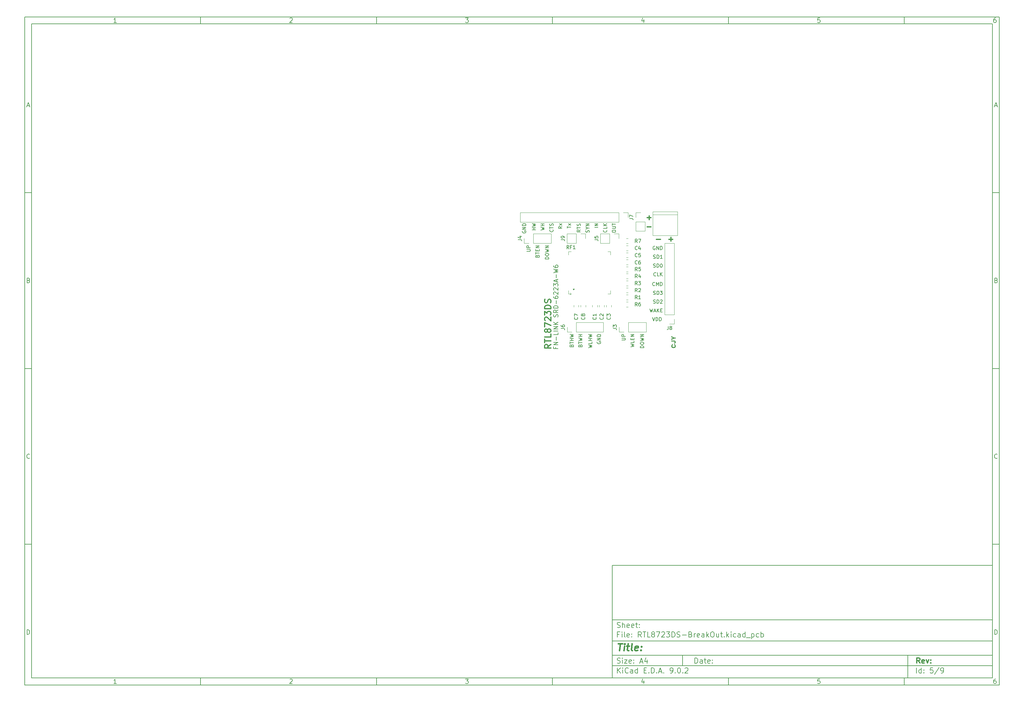
<source format=gto>
G04 #@! TF.GenerationSoftware,KiCad,Pcbnew,9.0.2*
G04 #@! TF.CreationDate,2025-07-17T00:51:24+08:00*
G04 #@! TF.ProjectId,RTL8723DS-BreakOut,52544c38-3732-4334-9453-2d427265616b,rev?*
G04 #@! TF.SameCoordinates,Original*
G04 #@! TF.FileFunction,Legend,Top*
G04 #@! TF.FilePolarity,Positive*
%FSLAX45Y45*%
G04 Gerber Fmt 4.5, Leading zero omitted, Abs format (unit mm)*
G04 Created by KiCad (PCBNEW 9.0.2) date 2025-07-17 00:51:24*
%MOMM*%
%LPD*%
G01*
G04 APERTURE LIST*
%ADD10C,0.100000*%
%ADD11C,0.150000*%
%ADD12C,0.300000*%
%ADD13C,0.400000*%
%ADD14C,0.200000*%
%ADD15C,0.120000*%
G04 APERTURE END LIST*
D10*
D11*
X17700220Y-16600720D02*
X28500220Y-16600720D01*
X28500220Y-19800720D01*
X17700220Y-19800720D01*
X17700220Y-16600720D01*
D10*
D11*
X1000000Y-1000000D02*
X28700220Y-1000000D01*
X28700220Y-20000720D01*
X1000000Y-20000720D01*
X1000000Y-1000000D01*
D10*
D11*
X1200000Y-1200000D02*
X28500220Y-1200000D01*
X28500220Y-19800720D01*
X1200000Y-19800720D01*
X1200000Y-1200000D01*
D10*
D11*
X6000000Y-1200000D02*
X6000000Y-1000000D01*
D10*
D11*
X11000000Y-1200000D02*
X11000000Y-1000000D01*
D10*
D11*
X16000000Y-1200000D02*
X16000000Y-1000000D01*
D10*
D11*
X21000000Y-1200000D02*
X21000000Y-1000000D01*
D10*
D11*
X26000000Y-1200000D02*
X26000000Y-1000000D01*
D10*
D11*
X3608916Y-1159360D02*
X3534630Y-1159360D01*
X3571773Y-1159360D02*
X3571773Y-1029360D01*
X3571773Y-1029360D02*
X3559392Y-1047932D01*
X3559392Y-1047932D02*
X3547011Y-1060313D01*
X3547011Y-1060313D02*
X3534630Y-1066503D01*
D10*
D11*
X8534630Y-1041741D02*
X8540821Y-1035551D01*
X8540821Y-1035551D02*
X8553202Y-1029360D01*
X8553202Y-1029360D02*
X8584154Y-1029360D01*
X8584154Y-1029360D02*
X8596535Y-1035551D01*
X8596535Y-1035551D02*
X8602726Y-1041741D01*
X8602726Y-1041741D02*
X8608916Y-1054122D01*
X8608916Y-1054122D02*
X8608916Y-1066503D01*
X8608916Y-1066503D02*
X8602726Y-1085075D01*
X8602726Y-1085075D02*
X8528440Y-1159360D01*
X8528440Y-1159360D02*
X8608916Y-1159360D01*
D10*
D11*
X13528440Y-1029360D02*
X13608916Y-1029360D01*
X13608916Y-1029360D02*
X13565583Y-1078884D01*
X13565583Y-1078884D02*
X13584154Y-1078884D01*
X13584154Y-1078884D02*
X13596535Y-1085075D01*
X13596535Y-1085075D02*
X13602725Y-1091265D01*
X13602725Y-1091265D02*
X13608916Y-1103646D01*
X13608916Y-1103646D02*
X13608916Y-1134599D01*
X13608916Y-1134599D02*
X13602725Y-1146980D01*
X13602725Y-1146980D02*
X13596535Y-1153170D01*
X13596535Y-1153170D02*
X13584154Y-1159360D01*
X13584154Y-1159360D02*
X13547011Y-1159360D01*
X13547011Y-1159360D02*
X13534630Y-1153170D01*
X13534630Y-1153170D02*
X13528440Y-1146980D01*
D10*
D11*
X18596535Y-1072694D02*
X18596535Y-1159360D01*
X18565583Y-1023170D02*
X18534630Y-1116027D01*
X18534630Y-1116027D02*
X18615106Y-1116027D01*
D10*
D11*
X23602725Y-1029360D02*
X23540821Y-1029360D01*
X23540821Y-1029360D02*
X23534630Y-1091265D01*
X23534630Y-1091265D02*
X23540821Y-1085075D01*
X23540821Y-1085075D02*
X23553202Y-1078884D01*
X23553202Y-1078884D02*
X23584154Y-1078884D01*
X23584154Y-1078884D02*
X23596535Y-1085075D01*
X23596535Y-1085075D02*
X23602725Y-1091265D01*
X23602725Y-1091265D02*
X23608916Y-1103646D01*
X23608916Y-1103646D02*
X23608916Y-1134599D01*
X23608916Y-1134599D02*
X23602725Y-1146980D01*
X23602725Y-1146980D02*
X23596535Y-1153170D01*
X23596535Y-1153170D02*
X23584154Y-1159360D01*
X23584154Y-1159360D02*
X23553202Y-1159360D01*
X23553202Y-1159360D02*
X23540821Y-1153170D01*
X23540821Y-1153170D02*
X23534630Y-1146980D01*
D10*
D11*
X28596535Y-1029360D02*
X28571773Y-1029360D01*
X28571773Y-1029360D02*
X28559392Y-1035551D01*
X28559392Y-1035551D02*
X28553202Y-1041741D01*
X28553202Y-1041741D02*
X28540821Y-1060313D01*
X28540821Y-1060313D02*
X28534630Y-1085075D01*
X28534630Y-1085075D02*
X28534630Y-1134599D01*
X28534630Y-1134599D02*
X28540821Y-1146980D01*
X28540821Y-1146980D02*
X28547011Y-1153170D01*
X28547011Y-1153170D02*
X28559392Y-1159360D01*
X28559392Y-1159360D02*
X28584154Y-1159360D01*
X28584154Y-1159360D02*
X28596535Y-1153170D01*
X28596535Y-1153170D02*
X28602725Y-1146980D01*
X28602725Y-1146980D02*
X28608916Y-1134599D01*
X28608916Y-1134599D02*
X28608916Y-1103646D01*
X28608916Y-1103646D02*
X28602725Y-1091265D01*
X28602725Y-1091265D02*
X28596535Y-1085075D01*
X28596535Y-1085075D02*
X28584154Y-1078884D01*
X28584154Y-1078884D02*
X28559392Y-1078884D01*
X28559392Y-1078884D02*
X28547011Y-1085075D01*
X28547011Y-1085075D02*
X28540821Y-1091265D01*
X28540821Y-1091265D02*
X28534630Y-1103646D01*
D10*
D11*
X6000000Y-19800720D02*
X6000000Y-20000720D01*
D10*
D11*
X11000000Y-19800720D02*
X11000000Y-20000720D01*
D10*
D11*
X16000000Y-19800720D02*
X16000000Y-20000720D01*
D10*
D11*
X21000000Y-19800720D02*
X21000000Y-20000720D01*
D10*
D11*
X26000000Y-19800720D02*
X26000000Y-20000720D01*
D10*
D11*
X3608916Y-19960080D02*
X3534630Y-19960080D01*
X3571773Y-19960080D02*
X3571773Y-19830080D01*
X3571773Y-19830080D02*
X3559392Y-19848652D01*
X3559392Y-19848652D02*
X3547011Y-19861033D01*
X3547011Y-19861033D02*
X3534630Y-19867223D01*
D10*
D11*
X8534630Y-19842461D02*
X8540821Y-19836271D01*
X8540821Y-19836271D02*
X8553202Y-19830080D01*
X8553202Y-19830080D02*
X8584154Y-19830080D01*
X8584154Y-19830080D02*
X8596535Y-19836271D01*
X8596535Y-19836271D02*
X8602726Y-19842461D01*
X8602726Y-19842461D02*
X8608916Y-19854842D01*
X8608916Y-19854842D02*
X8608916Y-19867223D01*
X8608916Y-19867223D02*
X8602726Y-19885795D01*
X8602726Y-19885795D02*
X8528440Y-19960080D01*
X8528440Y-19960080D02*
X8608916Y-19960080D01*
D10*
D11*
X13528440Y-19830080D02*
X13608916Y-19830080D01*
X13608916Y-19830080D02*
X13565583Y-19879604D01*
X13565583Y-19879604D02*
X13584154Y-19879604D01*
X13584154Y-19879604D02*
X13596535Y-19885795D01*
X13596535Y-19885795D02*
X13602725Y-19891985D01*
X13602725Y-19891985D02*
X13608916Y-19904366D01*
X13608916Y-19904366D02*
X13608916Y-19935319D01*
X13608916Y-19935319D02*
X13602725Y-19947700D01*
X13602725Y-19947700D02*
X13596535Y-19953890D01*
X13596535Y-19953890D02*
X13584154Y-19960080D01*
X13584154Y-19960080D02*
X13547011Y-19960080D01*
X13547011Y-19960080D02*
X13534630Y-19953890D01*
X13534630Y-19953890D02*
X13528440Y-19947700D01*
D10*
D11*
X18596535Y-19873414D02*
X18596535Y-19960080D01*
X18565583Y-19823890D02*
X18534630Y-19916747D01*
X18534630Y-19916747D02*
X18615106Y-19916747D01*
D10*
D11*
X23602725Y-19830080D02*
X23540821Y-19830080D01*
X23540821Y-19830080D02*
X23534630Y-19891985D01*
X23534630Y-19891985D02*
X23540821Y-19885795D01*
X23540821Y-19885795D02*
X23553202Y-19879604D01*
X23553202Y-19879604D02*
X23584154Y-19879604D01*
X23584154Y-19879604D02*
X23596535Y-19885795D01*
X23596535Y-19885795D02*
X23602725Y-19891985D01*
X23602725Y-19891985D02*
X23608916Y-19904366D01*
X23608916Y-19904366D02*
X23608916Y-19935319D01*
X23608916Y-19935319D02*
X23602725Y-19947700D01*
X23602725Y-19947700D02*
X23596535Y-19953890D01*
X23596535Y-19953890D02*
X23584154Y-19960080D01*
X23584154Y-19960080D02*
X23553202Y-19960080D01*
X23553202Y-19960080D02*
X23540821Y-19953890D01*
X23540821Y-19953890D02*
X23534630Y-19947700D01*
D10*
D11*
X28596535Y-19830080D02*
X28571773Y-19830080D01*
X28571773Y-19830080D02*
X28559392Y-19836271D01*
X28559392Y-19836271D02*
X28553202Y-19842461D01*
X28553202Y-19842461D02*
X28540821Y-19861033D01*
X28540821Y-19861033D02*
X28534630Y-19885795D01*
X28534630Y-19885795D02*
X28534630Y-19935319D01*
X28534630Y-19935319D02*
X28540821Y-19947700D01*
X28540821Y-19947700D02*
X28547011Y-19953890D01*
X28547011Y-19953890D02*
X28559392Y-19960080D01*
X28559392Y-19960080D02*
X28584154Y-19960080D01*
X28584154Y-19960080D02*
X28596535Y-19953890D01*
X28596535Y-19953890D02*
X28602725Y-19947700D01*
X28602725Y-19947700D02*
X28608916Y-19935319D01*
X28608916Y-19935319D02*
X28608916Y-19904366D01*
X28608916Y-19904366D02*
X28602725Y-19891985D01*
X28602725Y-19891985D02*
X28596535Y-19885795D01*
X28596535Y-19885795D02*
X28584154Y-19879604D01*
X28584154Y-19879604D02*
X28559392Y-19879604D01*
X28559392Y-19879604D02*
X28547011Y-19885795D01*
X28547011Y-19885795D02*
X28540821Y-19891985D01*
X28540821Y-19891985D02*
X28534630Y-19904366D01*
D10*
D11*
X1000000Y-6000000D02*
X1200000Y-6000000D01*
D10*
D11*
X1000000Y-11000000D02*
X1200000Y-11000000D01*
D10*
D11*
X1000000Y-16000000D02*
X1200000Y-16000000D01*
D10*
D11*
X1069048Y-3522218D02*
X1130952Y-3522218D01*
X1056667Y-3559360D02*
X1100000Y-3429360D01*
X1100000Y-3429360D02*
X1143333Y-3559360D01*
D10*
D11*
X1109286Y-8491265D02*
X1127857Y-8497456D01*
X1127857Y-8497456D02*
X1134048Y-8503646D01*
X1134048Y-8503646D02*
X1140238Y-8516027D01*
X1140238Y-8516027D02*
X1140238Y-8534599D01*
X1140238Y-8534599D02*
X1134048Y-8546980D01*
X1134048Y-8546980D02*
X1127857Y-8553170D01*
X1127857Y-8553170D02*
X1115476Y-8559360D01*
X1115476Y-8559360D02*
X1065952Y-8559360D01*
X1065952Y-8559360D02*
X1065952Y-8429360D01*
X1065952Y-8429360D02*
X1109286Y-8429360D01*
X1109286Y-8429360D02*
X1121667Y-8435551D01*
X1121667Y-8435551D02*
X1127857Y-8441741D01*
X1127857Y-8441741D02*
X1134048Y-8454122D01*
X1134048Y-8454122D02*
X1134048Y-8466503D01*
X1134048Y-8466503D02*
X1127857Y-8478884D01*
X1127857Y-8478884D02*
X1121667Y-8485075D01*
X1121667Y-8485075D02*
X1109286Y-8491265D01*
X1109286Y-8491265D02*
X1065952Y-8491265D01*
D10*
D11*
X1140238Y-13546979D02*
X1134048Y-13553170D01*
X1134048Y-13553170D02*
X1115476Y-13559360D01*
X1115476Y-13559360D02*
X1103095Y-13559360D01*
X1103095Y-13559360D02*
X1084524Y-13553170D01*
X1084524Y-13553170D02*
X1072143Y-13540789D01*
X1072143Y-13540789D02*
X1065952Y-13528408D01*
X1065952Y-13528408D02*
X1059762Y-13503646D01*
X1059762Y-13503646D02*
X1059762Y-13485075D01*
X1059762Y-13485075D02*
X1065952Y-13460313D01*
X1065952Y-13460313D02*
X1072143Y-13447932D01*
X1072143Y-13447932D02*
X1084524Y-13435551D01*
X1084524Y-13435551D02*
X1103095Y-13429360D01*
X1103095Y-13429360D02*
X1115476Y-13429360D01*
X1115476Y-13429360D02*
X1134048Y-13435551D01*
X1134048Y-13435551D02*
X1140238Y-13441741D01*
D10*
D11*
X1065952Y-18559360D02*
X1065952Y-18429360D01*
X1065952Y-18429360D02*
X1096905Y-18429360D01*
X1096905Y-18429360D02*
X1115476Y-18435551D01*
X1115476Y-18435551D02*
X1127857Y-18447932D01*
X1127857Y-18447932D02*
X1134048Y-18460313D01*
X1134048Y-18460313D02*
X1140238Y-18485075D01*
X1140238Y-18485075D02*
X1140238Y-18503646D01*
X1140238Y-18503646D02*
X1134048Y-18528408D01*
X1134048Y-18528408D02*
X1127857Y-18540789D01*
X1127857Y-18540789D02*
X1115476Y-18553170D01*
X1115476Y-18553170D02*
X1096905Y-18559360D01*
X1096905Y-18559360D02*
X1065952Y-18559360D01*
D10*
D11*
X28700220Y-6000000D02*
X28500220Y-6000000D01*
D10*
D11*
X28700220Y-11000000D02*
X28500220Y-11000000D01*
D10*
D11*
X28700220Y-16000000D02*
X28500220Y-16000000D01*
D10*
D11*
X28569268Y-3522218D02*
X28631172Y-3522218D01*
X28556887Y-3559360D02*
X28600220Y-3429360D01*
X28600220Y-3429360D02*
X28643553Y-3559360D01*
D10*
D11*
X28609506Y-8491265D02*
X28628077Y-8497456D01*
X28628077Y-8497456D02*
X28634268Y-8503646D01*
X28634268Y-8503646D02*
X28640458Y-8516027D01*
X28640458Y-8516027D02*
X28640458Y-8534599D01*
X28640458Y-8534599D02*
X28634268Y-8546980D01*
X28634268Y-8546980D02*
X28628077Y-8553170D01*
X28628077Y-8553170D02*
X28615696Y-8559360D01*
X28615696Y-8559360D02*
X28566172Y-8559360D01*
X28566172Y-8559360D02*
X28566172Y-8429360D01*
X28566172Y-8429360D02*
X28609506Y-8429360D01*
X28609506Y-8429360D02*
X28621887Y-8435551D01*
X28621887Y-8435551D02*
X28628077Y-8441741D01*
X28628077Y-8441741D02*
X28634268Y-8454122D01*
X28634268Y-8454122D02*
X28634268Y-8466503D01*
X28634268Y-8466503D02*
X28628077Y-8478884D01*
X28628077Y-8478884D02*
X28621887Y-8485075D01*
X28621887Y-8485075D02*
X28609506Y-8491265D01*
X28609506Y-8491265D02*
X28566172Y-8491265D01*
D10*
D11*
X28640458Y-13546979D02*
X28634268Y-13553170D01*
X28634268Y-13553170D02*
X28615696Y-13559360D01*
X28615696Y-13559360D02*
X28603315Y-13559360D01*
X28603315Y-13559360D02*
X28584744Y-13553170D01*
X28584744Y-13553170D02*
X28572363Y-13540789D01*
X28572363Y-13540789D02*
X28566172Y-13528408D01*
X28566172Y-13528408D02*
X28559982Y-13503646D01*
X28559982Y-13503646D02*
X28559982Y-13485075D01*
X28559982Y-13485075D02*
X28566172Y-13460313D01*
X28566172Y-13460313D02*
X28572363Y-13447932D01*
X28572363Y-13447932D02*
X28584744Y-13435551D01*
X28584744Y-13435551D02*
X28603315Y-13429360D01*
X28603315Y-13429360D02*
X28615696Y-13429360D01*
X28615696Y-13429360D02*
X28634268Y-13435551D01*
X28634268Y-13435551D02*
X28640458Y-13441741D01*
D10*
D11*
X28566172Y-18559360D02*
X28566172Y-18429360D01*
X28566172Y-18429360D02*
X28597125Y-18429360D01*
X28597125Y-18429360D02*
X28615696Y-18435551D01*
X28615696Y-18435551D02*
X28628077Y-18447932D01*
X28628077Y-18447932D02*
X28634268Y-18460313D01*
X28634268Y-18460313D02*
X28640458Y-18485075D01*
X28640458Y-18485075D02*
X28640458Y-18503646D01*
X28640458Y-18503646D02*
X28634268Y-18528408D01*
X28634268Y-18528408D02*
X28628077Y-18540789D01*
X28628077Y-18540789D02*
X28615696Y-18553170D01*
X28615696Y-18553170D02*
X28597125Y-18559360D01*
X28597125Y-18559360D02*
X28566172Y-18559360D01*
D10*
D11*
X20045803Y-19379333D02*
X20045803Y-19229333D01*
X20045803Y-19229333D02*
X20081517Y-19229333D01*
X20081517Y-19229333D02*
X20102946Y-19236476D01*
X20102946Y-19236476D02*
X20117231Y-19250761D01*
X20117231Y-19250761D02*
X20124374Y-19265047D01*
X20124374Y-19265047D02*
X20131517Y-19293619D01*
X20131517Y-19293619D02*
X20131517Y-19315047D01*
X20131517Y-19315047D02*
X20124374Y-19343619D01*
X20124374Y-19343619D02*
X20117231Y-19357904D01*
X20117231Y-19357904D02*
X20102946Y-19372190D01*
X20102946Y-19372190D02*
X20081517Y-19379333D01*
X20081517Y-19379333D02*
X20045803Y-19379333D01*
X20260088Y-19379333D02*
X20260088Y-19300761D01*
X20260088Y-19300761D02*
X20252946Y-19286476D01*
X20252946Y-19286476D02*
X20238660Y-19279333D01*
X20238660Y-19279333D02*
X20210088Y-19279333D01*
X20210088Y-19279333D02*
X20195803Y-19286476D01*
X20260088Y-19372190D02*
X20245803Y-19379333D01*
X20245803Y-19379333D02*
X20210088Y-19379333D01*
X20210088Y-19379333D02*
X20195803Y-19372190D01*
X20195803Y-19372190D02*
X20188660Y-19357904D01*
X20188660Y-19357904D02*
X20188660Y-19343619D01*
X20188660Y-19343619D02*
X20195803Y-19329333D01*
X20195803Y-19329333D02*
X20210088Y-19322190D01*
X20210088Y-19322190D02*
X20245803Y-19322190D01*
X20245803Y-19322190D02*
X20260088Y-19315047D01*
X20310088Y-19279333D02*
X20367231Y-19279333D01*
X20331517Y-19229333D02*
X20331517Y-19357904D01*
X20331517Y-19357904D02*
X20338660Y-19372190D01*
X20338660Y-19372190D02*
X20352946Y-19379333D01*
X20352946Y-19379333D02*
X20367231Y-19379333D01*
X20474374Y-19372190D02*
X20460088Y-19379333D01*
X20460088Y-19379333D02*
X20431517Y-19379333D01*
X20431517Y-19379333D02*
X20417231Y-19372190D01*
X20417231Y-19372190D02*
X20410088Y-19357904D01*
X20410088Y-19357904D02*
X20410088Y-19300761D01*
X20410088Y-19300761D02*
X20417231Y-19286476D01*
X20417231Y-19286476D02*
X20431517Y-19279333D01*
X20431517Y-19279333D02*
X20460088Y-19279333D01*
X20460088Y-19279333D02*
X20474374Y-19286476D01*
X20474374Y-19286476D02*
X20481517Y-19300761D01*
X20481517Y-19300761D02*
X20481517Y-19315047D01*
X20481517Y-19315047D02*
X20410088Y-19329333D01*
X20545803Y-19365047D02*
X20552946Y-19372190D01*
X20552946Y-19372190D02*
X20545803Y-19379333D01*
X20545803Y-19379333D02*
X20538660Y-19372190D01*
X20538660Y-19372190D02*
X20545803Y-19365047D01*
X20545803Y-19365047D02*
X20545803Y-19379333D01*
X20545803Y-19286476D02*
X20552946Y-19293619D01*
X20552946Y-19293619D02*
X20545803Y-19300761D01*
X20545803Y-19300761D02*
X20538660Y-19293619D01*
X20538660Y-19293619D02*
X20545803Y-19286476D01*
X20545803Y-19286476D02*
X20545803Y-19300761D01*
D10*
D11*
X17700220Y-19450720D02*
X28500220Y-19450720D01*
D10*
D11*
X17845803Y-19659333D02*
X17845803Y-19509333D01*
X17931517Y-19659333D02*
X17867231Y-19573619D01*
X17931517Y-19509333D02*
X17845803Y-19595047D01*
X17995803Y-19659333D02*
X17995803Y-19559333D01*
X17995803Y-19509333D02*
X17988660Y-19516476D01*
X17988660Y-19516476D02*
X17995803Y-19523619D01*
X17995803Y-19523619D02*
X18002946Y-19516476D01*
X18002946Y-19516476D02*
X17995803Y-19509333D01*
X17995803Y-19509333D02*
X17995803Y-19523619D01*
X18152946Y-19645047D02*
X18145803Y-19652190D01*
X18145803Y-19652190D02*
X18124374Y-19659333D01*
X18124374Y-19659333D02*
X18110088Y-19659333D01*
X18110088Y-19659333D02*
X18088660Y-19652190D01*
X18088660Y-19652190D02*
X18074374Y-19637904D01*
X18074374Y-19637904D02*
X18067231Y-19623619D01*
X18067231Y-19623619D02*
X18060088Y-19595047D01*
X18060088Y-19595047D02*
X18060088Y-19573619D01*
X18060088Y-19573619D02*
X18067231Y-19545047D01*
X18067231Y-19545047D02*
X18074374Y-19530761D01*
X18074374Y-19530761D02*
X18088660Y-19516476D01*
X18088660Y-19516476D02*
X18110088Y-19509333D01*
X18110088Y-19509333D02*
X18124374Y-19509333D01*
X18124374Y-19509333D02*
X18145803Y-19516476D01*
X18145803Y-19516476D02*
X18152946Y-19523619D01*
X18281517Y-19659333D02*
X18281517Y-19580761D01*
X18281517Y-19580761D02*
X18274374Y-19566476D01*
X18274374Y-19566476D02*
X18260088Y-19559333D01*
X18260088Y-19559333D02*
X18231517Y-19559333D01*
X18231517Y-19559333D02*
X18217231Y-19566476D01*
X18281517Y-19652190D02*
X18267231Y-19659333D01*
X18267231Y-19659333D02*
X18231517Y-19659333D01*
X18231517Y-19659333D02*
X18217231Y-19652190D01*
X18217231Y-19652190D02*
X18210088Y-19637904D01*
X18210088Y-19637904D02*
X18210088Y-19623619D01*
X18210088Y-19623619D02*
X18217231Y-19609333D01*
X18217231Y-19609333D02*
X18231517Y-19602190D01*
X18231517Y-19602190D02*
X18267231Y-19602190D01*
X18267231Y-19602190D02*
X18281517Y-19595047D01*
X18417231Y-19659333D02*
X18417231Y-19509333D01*
X18417231Y-19652190D02*
X18402946Y-19659333D01*
X18402946Y-19659333D02*
X18374374Y-19659333D01*
X18374374Y-19659333D02*
X18360088Y-19652190D01*
X18360088Y-19652190D02*
X18352946Y-19645047D01*
X18352946Y-19645047D02*
X18345803Y-19630761D01*
X18345803Y-19630761D02*
X18345803Y-19587904D01*
X18345803Y-19587904D02*
X18352946Y-19573619D01*
X18352946Y-19573619D02*
X18360088Y-19566476D01*
X18360088Y-19566476D02*
X18374374Y-19559333D01*
X18374374Y-19559333D02*
X18402946Y-19559333D01*
X18402946Y-19559333D02*
X18417231Y-19566476D01*
X18602946Y-19580761D02*
X18652946Y-19580761D01*
X18674374Y-19659333D02*
X18602946Y-19659333D01*
X18602946Y-19659333D02*
X18602946Y-19509333D01*
X18602946Y-19509333D02*
X18674374Y-19509333D01*
X18738660Y-19645047D02*
X18745803Y-19652190D01*
X18745803Y-19652190D02*
X18738660Y-19659333D01*
X18738660Y-19659333D02*
X18731517Y-19652190D01*
X18731517Y-19652190D02*
X18738660Y-19645047D01*
X18738660Y-19645047D02*
X18738660Y-19659333D01*
X18810088Y-19659333D02*
X18810088Y-19509333D01*
X18810088Y-19509333D02*
X18845803Y-19509333D01*
X18845803Y-19509333D02*
X18867231Y-19516476D01*
X18867231Y-19516476D02*
X18881517Y-19530761D01*
X18881517Y-19530761D02*
X18888660Y-19545047D01*
X18888660Y-19545047D02*
X18895803Y-19573619D01*
X18895803Y-19573619D02*
X18895803Y-19595047D01*
X18895803Y-19595047D02*
X18888660Y-19623619D01*
X18888660Y-19623619D02*
X18881517Y-19637904D01*
X18881517Y-19637904D02*
X18867231Y-19652190D01*
X18867231Y-19652190D02*
X18845803Y-19659333D01*
X18845803Y-19659333D02*
X18810088Y-19659333D01*
X18960088Y-19645047D02*
X18967231Y-19652190D01*
X18967231Y-19652190D02*
X18960088Y-19659333D01*
X18960088Y-19659333D02*
X18952946Y-19652190D01*
X18952946Y-19652190D02*
X18960088Y-19645047D01*
X18960088Y-19645047D02*
X18960088Y-19659333D01*
X19024374Y-19616476D02*
X19095803Y-19616476D01*
X19010089Y-19659333D02*
X19060089Y-19509333D01*
X19060089Y-19509333D02*
X19110089Y-19659333D01*
X19160088Y-19645047D02*
X19167231Y-19652190D01*
X19167231Y-19652190D02*
X19160088Y-19659333D01*
X19160088Y-19659333D02*
X19152946Y-19652190D01*
X19152946Y-19652190D02*
X19160088Y-19645047D01*
X19160088Y-19645047D02*
X19160088Y-19659333D01*
X19352946Y-19659333D02*
X19381517Y-19659333D01*
X19381517Y-19659333D02*
X19395803Y-19652190D01*
X19395803Y-19652190D02*
X19402946Y-19645047D01*
X19402946Y-19645047D02*
X19417231Y-19623619D01*
X19417231Y-19623619D02*
X19424374Y-19595047D01*
X19424374Y-19595047D02*
X19424374Y-19537904D01*
X19424374Y-19537904D02*
X19417231Y-19523619D01*
X19417231Y-19523619D02*
X19410089Y-19516476D01*
X19410089Y-19516476D02*
X19395803Y-19509333D01*
X19395803Y-19509333D02*
X19367231Y-19509333D01*
X19367231Y-19509333D02*
X19352946Y-19516476D01*
X19352946Y-19516476D02*
X19345803Y-19523619D01*
X19345803Y-19523619D02*
X19338660Y-19537904D01*
X19338660Y-19537904D02*
X19338660Y-19573619D01*
X19338660Y-19573619D02*
X19345803Y-19587904D01*
X19345803Y-19587904D02*
X19352946Y-19595047D01*
X19352946Y-19595047D02*
X19367231Y-19602190D01*
X19367231Y-19602190D02*
X19395803Y-19602190D01*
X19395803Y-19602190D02*
X19410089Y-19595047D01*
X19410089Y-19595047D02*
X19417231Y-19587904D01*
X19417231Y-19587904D02*
X19424374Y-19573619D01*
X19488660Y-19645047D02*
X19495803Y-19652190D01*
X19495803Y-19652190D02*
X19488660Y-19659333D01*
X19488660Y-19659333D02*
X19481517Y-19652190D01*
X19481517Y-19652190D02*
X19488660Y-19645047D01*
X19488660Y-19645047D02*
X19488660Y-19659333D01*
X19588660Y-19509333D02*
X19602946Y-19509333D01*
X19602946Y-19509333D02*
X19617231Y-19516476D01*
X19617231Y-19516476D02*
X19624374Y-19523619D01*
X19624374Y-19523619D02*
X19631517Y-19537904D01*
X19631517Y-19537904D02*
X19638660Y-19566476D01*
X19638660Y-19566476D02*
X19638660Y-19602190D01*
X19638660Y-19602190D02*
X19631517Y-19630761D01*
X19631517Y-19630761D02*
X19624374Y-19645047D01*
X19624374Y-19645047D02*
X19617231Y-19652190D01*
X19617231Y-19652190D02*
X19602946Y-19659333D01*
X19602946Y-19659333D02*
X19588660Y-19659333D01*
X19588660Y-19659333D02*
X19574374Y-19652190D01*
X19574374Y-19652190D02*
X19567231Y-19645047D01*
X19567231Y-19645047D02*
X19560088Y-19630761D01*
X19560088Y-19630761D02*
X19552946Y-19602190D01*
X19552946Y-19602190D02*
X19552946Y-19566476D01*
X19552946Y-19566476D02*
X19560088Y-19537904D01*
X19560088Y-19537904D02*
X19567231Y-19523619D01*
X19567231Y-19523619D02*
X19574374Y-19516476D01*
X19574374Y-19516476D02*
X19588660Y-19509333D01*
X19702946Y-19645047D02*
X19710088Y-19652190D01*
X19710088Y-19652190D02*
X19702946Y-19659333D01*
X19702946Y-19659333D02*
X19695803Y-19652190D01*
X19695803Y-19652190D02*
X19702946Y-19645047D01*
X19702946Y-19645047D02*
X19702946Y-19659333D01*
X19767231Y-19523619D02*
X19774374Y-19516476D01*
X19774374Y-19516476D02*
X19788660Y-19509333D01*
X19788660Y-19509333D02*
X19824374Y-19509333D01*
X19824374Y-19509333D02*
X19838660Y-19516476D01*
X19838660Y-19516476D02*
X19845803Y-19523619D01*
X19845803Y-19523619D02*
X19852946Y-19537904D01*
X19852946Y-19537904D02*
X19852946Y-19552190D01*
X19852946Y-19552190D02*
X19845803Y-19573619D01*
X19845803Y-19573619D02*
X19760088Y-19659333D01*
X19760088Y-19659333D02*
X19852946Y-19659333D01*
D10*
D11*
X17700220Y-19150720D02*
X28500220Y-19150720D01*
D10*
D12*
X26441385Y-19378553D02*
X26391385Y-19307124D01*
X26355671Y-19378553D02*
X26355671Y-19228553D01*
X26355671Y-19228553D02*
X26412814Y-19228553D01*
X26412814Y-19228553D02*
X26427100Y-19235696D01*
X26427100Y-19235696D02*
X26434242Y-19242839D01*
X26434242Y-19242839D02*
X26441385Y-19257124D01*
X26441385Y-19257124D02*
X26441385Y-19278553D01*
X26441385Y-19278553D02*
X26434242Y-19292839D01*
X26434242Y-19292839D02*
X26427100Y-19299981D01*
X26427100Y-19299981D02*
X26412814Y-19307124D01*
X26412814Y-19307124D02*
X26355671Y-19307124D01*
X26562814Y-19371410D02*
X26548528Y-19378553D01*
X26548528Y-19378553D02*
X26519957Y-19378553D01*
X26519957Y-19378553D02*
X26505671Y-19371410D01*
X26505671Y-19371410D02*
X26498528Y-19357124D01*
X26498528Y-19357124D02*
X26498528Y-19299981D01*
X26498528Y-19299981D02*
X26505671Y-19285696D01*
X26505671Y-19285696D02*
X26519957Y-19278553D01*
X26519957Y-19278553D02*
X26548528Y-19278553D01*
X26548528Y-19278553D02*
X26562814Y-19285696D01*
X26562814Y-19285696D02*
X26569957Y-19299981D01*
X26569957Y-19299981D02*
X26569957Y-19314267D01*
X26569957Y-19314267D02*
X26498528Y-19328553D01*
X26619957Y-19278553D02*
X26655671Y-19378553D01*
X26655671Y-19378553D02*
X26691385Y-19278553D01*
X26748528Y-19364267D02*
X26755671Y-19371410D01*
X26755671Y-19371410D02*
X26748528Y-19378553D01*
X26748528Y-19378553D02*
X26741385Y-19371410D01*
X26741385Y-19371410D02*
X26748528Y-19364267D01*
X26748528Y-19364267D02*
X26748528Y-19378553D01*
X26748528Y-19285696D02*
X26755671Y-19292839D01*
X26755671Y-19292839D02*
X26748528Y-19299981D01*
X26748528Y-19299981D02*
X26741385Y-19292839D01*
X26741385Y-19292839D02*
X26748528Y-19285696D01*
X26748528Y-19285696D02*
X26748528Y-19299981D01*
D10*
D11*
X17838660Y-19372190D02*
X17860088Y-19379333D01*
X17860088Y-19379333D02*
X17895803Y-19379333D01*
X17895803Y-19379333D02*
X17910088Y-19372190D01*
X17910088Y-19372190D02*
X17917231Y-19365047D01*
X17917231Y-19365047D02*
X17924374Y-19350761D01*
X17924374Y-19350761D02*
X17924374Y-19336476D01*
X17924374Y-19336476D02*
X17917231Y-19322190D01*
X17917231Y-19322190D02*
X17910088Y-19315047D01*
X17910088Y-19315047D02*
X17895803Y-19307904D01*
X17895803Y-19307904D02*
X17867231Y-19300761D01*
X17867231Y-19300761D02*
X17852946Y-19293619D01*
X17852946Y-19293619D02*
X17845803Y-19286476D01*
X17845803Y-19286476D02*
X17838660Y-19272190D01*
X17838660Y-19272190D02*
X17838660Y-19257904D01*
X17838660Y-19257904D02*
X17845803Y-19243619D01*
X17845803Y-19243619D02*
X17852946Y-19236476D01*
X17852946Y-19236476D02*
X17867231Y-19229333D01*
X17867231Y-19229333D02*
X17902946Y-19229333D01*
X17902946Y-19229333D02*
X17924374Y-19236476D01*
X17988660Y-19379333D02*
X17988660Y-19279333D01*
X17988660Y-19229333D02*
X17981517Y-19236476D01*
X17981517Y-19236476D02*
X17988660Y-19243619D01*
X17988660Y-19243619D02*
X17995803Y-19236476D01*
X17995803Y-19236476D02*
X17988660Y-19229333D01*
X17988660Y-19229333D02*
X17988660Y-19243619D01*
X18045803Y-19279333D02*
X18124374Y-19279333D01*
X18124374Y-19279333D02*
X18045803Y-19379333D01*
X18045803Y-19379333D02*
X18124374Y-19379333D01*
X18238660Y-19372190D02*
X18224374Y-19379333D01*
X18224374Y-19379333D02*
X18195803Y-19379333D01*
X18195803Y-19379333D02*
X18181517Y-19372190D01*
X18181517Y-19372190D02*
X18174374Y-19357904D01*
X18174374Y-19357904D02*
X18174374Y-19300761D01*
X18174374Y-19300761D02*
X18181517Y-19286476D01*
X18181517Y-19286476D02*
X18195803Y-19279333D01*
X18195803Y-19279333D02*
X18224374Y-19279333D01*
X18224374Y-19279333D02*
X18238660Y-19286476D01*
X18238660Y-19286476D02*
X18245803Y-19300761D01*
X18245803Y-19300761D02*
X18245803Y-19315047D01*
X18245803Y-19315047D02*
X18174374Y-19329333D01*
X18310088Y-19365047D02*
X18317231Y-19372190D01*
X18317231Y-19372190D02*
X18310088Y-19379333D01*
X18310088Y-19379333D02*
X18302946Y-19372190D01*
X18302946Y-19372190D02*
X18310088Y-19365047D01*
X18310088Y-19365047D02*
X18310088Y-19379333D01*
X18310088Y-19286476D02*
X18317231Y-19293619D01*
X18317231Y-19293619D02*
X18310088Y-19300761D01*
X18310088Y-19300761D02*
X18302946Y-19293619D01*
X18302946Y-19293619D02*
X18310088Y-19286476D01*
X18310088Y-19286476D02*
X18310088Y-19300761D01*
X18488660Y-19336476D02*
X18560088Y-19336476D01*
X18474374Y-19379333D02*
X18524374Y-19229333D01*
X18524374Y-19229333D02*
X18574374Y-19379333D01*
X18688660Y-19279333D02*
X18688660Y-19379333D01*
X18652946Y-19222190D02*
X18617231Y-19329333D01*
X18617231Y-19329333D02*
X18710088Y-19329333D01*
D10*
D11*
X26345803Y-19659333D02*
X26345803Y-19509333D01*
X26481517Y-19659333D02*
X26481517Y-19509333D01*
X26481517Y-19652190D02*
X26467231Y-19659333D01*
X26467231Y-19659333D02*
X26438660Y-19659333D01*
X26438660Y-19659333D02*
X26424374Y-19652190D01*
X26424374Y-19652190D02*
X26417231Y-19645047D01*
X26417231Y-19645047D02*
X26410088Y-19630761D01*
X26410088Y-19630761D02*
X26410088Y-19587904D01*
X26410088Y-19587904D02*
X26417231Y-19573619D01*
X26417231Y-19573619D02*
X26424374Y-19566476D01*
X26424374Y-19566476D02*
X26438660Y-19559333D01*
X26438660Y-19559333D02*
X26467231Y-19559333D01*
X26467231Y-19559333D02*
X26481517Y-19566476D01*
X26552945Y-19645047D02*
X26560088Y-19652190D01*
X26560088Y-19652190D02*
X26552945Y-19659333D01*
X26552945Y-19659333D02*
X26545803Y-19652190D01*
X26545803Y-19652190D02*
X26552945Y-19645047D01*
X26552945Y-19645047D02*
X26552945Y-19659333D01*
X26552945Y-19566476D02*
X26560088Y-19573619D01*
X26560088Y-19573619D02*
X26552945Y-19580761D01*
X26552945Y-19580761D02*
X26545803Y-19573619D01*
X26545803Y-19573619D02*
X26552945Y-19566476D01*
X26552945Y-19566476D02*
X26552945Y-19580761D01*
X26810088Y-19509333D02*
X26738660Y-19509333D01*
X26738660Y-19509333D02*
X26731517Y-19580761D01*
X26731517Y-19580761D02*
X26738660Y-19573619D01*
X26738660Y-19573619D02*
X26752946Y-19566476D01*
X26752946Y-19566476D02*
X26788660Y-19566476D01*
X26788660Y-19566476D02*
X26802946Y-19573619D01*
X26802946Y-19573619D02*
X26810088Y-19580761D01*
X26810088Y-19580761D02*
X26817231Y-19595047D01*
X26817231Y-19595047D02*
X26817231Y-19630761D01*
X26817231Y-19630761D02*
X26810088Y-19645047D01*
X26810088Y-19645047D02*
X26802946Y-19652190D01*
X26802946Y-19652190D02*
X26788660Y-19659333D01*
X26788660Y-19659333D02*
X26752946Y-19659333D01*
X26752946Y-19659333D02*
X26738660Y-19652190D01*
X26738660Y-19652190D02*
X26731517Y-19645047D01*
X26988660Y-19502190D02*
X26860088Y-19695047D01*
X27045803Y-19659333D02*
X27074374Y-19659333D01*
X27074374Y-19659333D02*
X27088660Y-19652190D01*
X27088660Y-19652190D02*
X27095803Y-19645047D01*
X27095803Y-19645047D02*
X27110088Y-19623619D01*
X27110088Y-19623619D02*
X27117231Y-19595047D01*
X27117231Y-19595047D02*
X27117231Y-19537904D01*
X27117231Y-19537904D02*
X27110088Y-19523619D01*
X27110088Y-19523619D02*
X27102946Y-19516476D01*
X27102946Y-19516476D02*
X27088660Y-19509333D01*
X27088660Y-19509333D02*
X27060088Y-19509333D01*
X27060088Y-19509333D02*
X27045803Y-19516476D01*
X27045803Y-19516476D02*
X27038660Y-19523619D01*
X27038660Y-19523619D02*
X27031517Y-19537904D01*
X27031517Y-19537904D02*
X27031517Y-19573619D01*
X27031517Y-19573619D02*
X27038660Y-19587904D01*
X27038660Y-19587904D02*
X27045803Y-19595047D01*
X27045803Y-19595047D02*
X27060088Y-19602190D01*
X27060088Y-19602190D02*
X27088660Y-19602190D01*
X27088660Y-19602190D02*
X27102946Y-19595047D01*
X27102946Y-19595047D02*
X27110088Y-19587904D01*
X27110088Y-19587904D02*
X27117231Y-19573619D01*
D10*
D11*
X17700220Y-18750720D02*
X28500220Y-18750720D01*
D10*
D13*
X17869393Y-18821164D02*
X17983679Y-18821164D01*
X17901536Y-19021164D02*
X17926536Y-18821164D01*
X18025345Y-19021164D02*
X18042012Y-18887830D01*
X18050345Y-18821164D02*
X18039631Y-18830688D01*
X18039631Y-18830688D02*
X18047964Y-18840211D01*
X18047964Y-18840211D02*
X18058679Y-18830688D01*
X18058679Y-18830688D02*
X18050345Y-18821164D01*
X18050345Y-18821164D02*
X18047964Y-18840211D01*
X18108679Y-18887830D02*
X18184869Y-18887830D01*
X18145583Y-18821164D02*
X18124155Y-18992592D01*
X18124155Y-18992592D02*
X18131298Y-19011640D01*
X18131298Y-19011640D02*
X18149155Y-19021164D01*
X18149155Y-19021164D02*
X18168202Y-19021164D01*
X18263441Y-19021164D02*
X18245583Y-19011640D01*
X18245583Y-19011640D02*
X18238441Y-18992592D01*
X18238441Y-18992592D02*
X18259869Y-18821164D01*
X18417012Y-19011640D02*
X18396774Y-19021164D01*
X18396774Y-19021164D02*
X18358679Y-19021164D01*
X18358679Y-19021164D02*
X18340821Y-19011640D01*
X18340821Y-19011640D02*
X18333679Y-18992592D01*
X18333679Y-18992592D02*
X18343202Y-18916402D01*
X18343202Y-18916402D02*
X18355107Y-18897354D01*
X18355107Y-18897354D02*
X18375345Y-18887830D01*
X18375345Y-18887830D02*
X18413440Y-18887830D01*
X18413440Y-18887830D02*
X18431298Y-18897354D01*
X18431298Y-18897354D02*
X18438440Y-18916402D01*
X18438440Y-18916402D02*
X18436060Y-18935450D01*
X18436060Y-18935450D02*
X18338440Y-18954497D01*
X18513441Y-19002116D02*
X18521774Y-19011640D01*
X18521774Y-19011640D02*
X18511060Y-19021164D01*
X18511060Y-19021164D02*
X18502726Y-19011640D01*
X18502726Y-19011640D02*
X18513441Y-19002116D01*
X18513441Y-19002116D02*
X18511060Y-19021164D01*
X18526536Y-18897354D02*
X18534869Y-18906878D01*
X18534869Y-18906878D02*
X18524155Y-18916402D01*
X18524155Y-18916402D02*
X18515821Y-18906878D01*
X18515821Y-18906878D02*
X18526536Y-18897354D01*
X18526536Y-18897354D02*
X18524155Y-18916402D01*
D10*
D11*
X17895803Y-18560761D02*
X17845803Y-18560761D01*
X17845803Y-18639333D02*
X17845803Y-18489333D01*
X17845803Y-18489333D02*
X17917231Y-18489333D01*
X17974374Y-18639333D02*
X17974374Y-18539333D01*
X17974374Y-18489333D02*
X17967231Y-18496476D01*
X17967231Y-18496476D02*
X17974374Y-18503619D01*
X17974374Y-18503619D02*
X17981517Y-18496476D01*
X17981517Y-18496476D02*
X17974374Y-18489333D01*
X17974374Y-18489333D02*
X17974374Y-18503619D01*
X18067231Y-18639333D02*
X18052946Y-18632190D01*
X18052946Y-18632190D02*
X18045803Y-18617904D01*
X18045803Y-18617904D02*
X18045803Y-18489333D01*
X18181517Y-18632190D02*
X18167231Y-18639333D01*
X18167231Y-18639333D02*
X18138660Y-18639333D01*
X18138660Y-18639333D02*
X18124374Y-18632190D01*
X18124374Y-18632190D02*
X18117231Y-18617904D01*
X18117231Y-18617904D02*
X18117231Y-18560761D01*
X18117231Y-18560761D02*
X18124374Y-18546476D01*
X18124374Y-18546476D02*
X18138660Y-18539333D01*
X18138660Y-18539333D02*
X18167231Y-18539333D01*
X18167231Y-18539333D02*
X18181517Y-18546476D01*
X18181517Y-18546476D02*
X18188660Y-18560761D01*
X18188660Y-18560761D02*
X18188660Y-18575047D01*
X18188660Y-18575047D02*
X18117231Y-18589333D01*
X18252945Y-18625047D02*
X18260088Y-18632190D01*
X18260088Y-18632190D02*
X18252945Y-18639333D01*
X18252945Y-18639333D02*
X18245803Y-18632190D01*
X18245803Y-18632190D02*
X18252945Y-18625047D01*
X18252945Y-18625047D02*
X18252945Y-18639333D01*
X18252945Y-18546476D02*
X18260088Y-18553619D01*
X18260088Y-18553619D02*
X18252945Y-18560761D01*
X18252945Y-18560761D02*
X18245803Y-18553619D01*
X18245803Y-18553619D02*
X18252945Y-18546476D01*
X18252945Y-18546476D02*
X18252945Y-18560761D01*
X18524374Y-18639333D02*
X18474374Y-18567904D01*
X18438660Y-18639333D02*
X18438660Y-18489333D01*
X18438660Y-18489333D02*
X18495803Y-18489333D01*
X18495803Y-18489333D02*
X18510088Y-18496476D01*
X18510088Y-18496476D02*
X18517231Y-18503619D01*
X18517231Y-18503619D02*
X18524374Y-18517904D01*
X18524374Y-18517904D02*
X18524374Y-18539333D01*
X18524374Y-18539333D02*
X18517231Y-18553619D01*
X18517231Y-18553619D02*
X18510088Y-18560761D01*
X18510088Y-18560761D02*
X18495803Y-18567904D01*
X18495803Y-18567904D02*
X18438660Y-18567904D01*
X18567231Y-18489333D02*
X18652946Y-18489333D01*
X18610088Y-18639333D02*
X18610088Y-18489333D01*
X18774374Y-18639333D02*
X18702945Y-18639333D01*
X18702945Y-18639333D02*
X18702945Y-18489333D01*
X18845803Y-18553619D02*
X18831517Y-18546476D01*
X18831517Y-18546476D02*
X18824374Y-18539333D01*
X18824374Y-18539333D02*
X18817231Y-18525047D01*
X18817231Y-18525047D02*
X18817231Y-18517904D01*
X18817231Y-18517904D02*
X18824374Y-18503619D01*
X18824374Y-18503619D02*
X18831517Y-18496476D01*
X18831517Y-18496476D02*
X18845803Y-18489333D01*
X18845803Y-18489333D02*
X18874374Y-18489333D01*
X18874374Y-18489333D02*
X18888660Y-18496476D01*
X18888660Y-18496476D02*
X18895803Y-18503619D01*
X18895803Y-18503619D02*
X18902946Y-18517904D01*
X18902946Y-18517904D02*
X18902946Y-18525047D01*
X18902946Y-18525047D02*
X18895803Y-18539333D01*
X18895803Y-18539333D02*
X18888660Y-18546476D01*
X18888660Y-18546476D02*
X18874374Y-18553619D01*
X18874374Y-18553619D02*
X18845803Y-18553619D01*
X18845803Y-18553619D02*
X18831517Y-18560761D01*
X18831517Y-18560761D02*
X18824374Y-18567904D01*
X18824374Y-18567904D02*
X18817231Y-18582190D01*
X18817231Y-18582190D02*
X18817231Y-18610761D01*
X18817231Y-18610761D02*
X18824374Y-18625047D01*
X18824374Y-18625047D02*
X18831517Y-18632190D01*
X18831517Y-18632190D02*
X18845803Y-18639333D01*
X18845803Y-18639333D02*
X18874374Y-18639333D01*
X18874374Y-18639333D02*
X18888660Y-18632190D01*
X18888660Y-18632190D02*
X18895803Y-18625047D01*
X18895803Y-18625047D02*
X18902946Y-18610761D01*
X18902946Y-18610761D02*
X18902946Y-18582190D01*
X18902946Y-18582190D02*
X18895803Y-18567904D01*
X18895803Y-18567904D02*
X18888660Y-18560761D01*
X18888660Y-18560761D02*
X18874374Y-18553619D01*
X18952945Y-18489333D02*
X19052945Y-18489333D01*
X19052945Y-18489333D02*
X18988660Y-18639333D01*
X19102945Y-18503619D02*
X19110088Y-18496476D01*
X19110088Y-18496476D02*
X19124374Y-18489333D01*
X19124374Y-18489333D02*
X19160088Y-18489333D01*
X19160088Y-18489333D02*
X19174374Y-18496476D01*
X19174374Y-18496476D02*
X19181517Y-18503619D01*
X19181517Y-18503619D02*
X19188660Y-18517904D01*
X19188660Y-18517904D02*
X19188660Y-18532190D01*
X19188660Y-18532190D02*
X19181517Y-18553619D01*
X19181517Y-18553619D02*
X19095803Y-18639333D01*
X19095803Y-18639333D02*
X19188660Y-18639333D01*
X19238660Y-18489333D02*
X19331517Y-18489333D01*
X19331517Y-18489333D02*
X19281517Y-18546476D01*
X19281517Y-18546476D02*
X19302945Y-18546476D01*
X19302945Y-18546476D02*
X19317231Y-18553619D01*
X19317231Y-18553619D02*
X19324374Y-18560761D01*
X19324374Y-18560761D02*
X19331517Y-18575047D01*
X19331517Y-18575047D02*
X19331517Y-18610761D01*
X19331517Y-18610761D02*
X19324374Y-18625047D01*
X19324374Y-18625047D02*
X19317231Y-18632190D01*
X19317231Y-18632190D02*
X19302945Y-18639333D01*
X19302945Y-18639333D02*
X19260088Y-18639333D01*
X19260088Y-18639333D02*
X19245803Y-18632190D01*
X19245803Y-18632190D02*
X19238660Y-18625047D01*
X19395802Y-18639333D02*
X19395802Y-18489333D01*
X19395802Y-18489333D02*
X19431517Y-18489333D01*
X19431517Y-18489333D02*
X19452945Y-18496476D01*
X19452945Y-18496476D02*
X19467231Y-18510761D01*
X19467231Y-18510761D02*
X19474374Y-18525047D01*
X19474374Y-18525047D02*
X19481517Y-18553619D01*
X19481517Y-18553619D02*
X19481517Y-18575047D01*
X19481517Y-18575047D02*
X19474374Y-18603619D01*
X19474374Y-18603619D02*
X19467231Y-18617904D01*
X19467231Y-18617904D02*
X19452945Y-18632190D01*
X19452945Y-18632190D02*
X19431517Y-18639333D01*
X19431517Y-18639333D02*
X19395802Y-18639333D01*
X19538660Y-18632190D02*
X19560088Y-18639333D01*
X19560088Y-18639333D02*
X19595802Y-18639333D01*
X19595802Y-18639333D02*
X19610088Y-18632190D01*
X19610088Y-18632190D02*
X19617231Y-18625047D01*
X19617231Y-18625047D02*
X19624374Y-18610761D01*
X19624374Y-18610761D02*
X19624374Y-18596476D01*
X19624374Y-18596476D02*
X19617231Y-18582190D01*
X19617231Y-18582190D02*
X19610088Y-18575047D01*
X19610088Y-18575047D02*
X19595802Y-18567904D01*
X19595802Y-18567904D02*
X19567231Y-18560761D01*
X19567231Y-18560761D02*
X19552945Y-18553619D01*
X19552945Y-18553619D02*
X19545802Y-18546476D01*
X19545802Y-18546476D02*
X19538660Y-18532190D01*
X19538660Y-18532190D02*
X19538660Y-18517904D01*
X19538660Y-18517904D02*
X19545802Y-18503619D01*
X19545802Y-18503619D02*
X19552945Y-18496476D01*
X19552945Y-18496476D02*
X19567231Y-18489333D01*
X19567231Y-18489333D02*
X19602945Y-18489333D01*
X19602945Y-18489333D02*
X19624374Y-18496476D01*
X19688660Y-18582190D02*
X19802945Y-18582190D01*
X19924374Y-18560761D02*
X19945802Y-18567904D01*
X19945802Y-18567904D02*
X19952945Y-18575047D01*
X19952945Y-18575047D02*
X19960088Y-18589333D01*
X19960088Y-18589333D02*
X19960088Y-18610761D01*
X19960088Y-18610761D02*
X19952945Y-18625047D01*
X19952945Y-18625047D02*
X19945802Y-18632190D01*
X19945802Y-18632190D02*
X19931517Y-18639333D01*
X19931517Y-18639333D02*
X19874374Y-18639333D01*
X19874374Y-18639333D02*
X19874374Y-18489333D01*
X19874374Y-18489333D02*
X19924374Y-18489333D01*
X19924374Y-18489333D02*
X19938660Y-18496476D01*
X19938660Y-18496476D02*
X19945802Y-18503619D01*
X19945802Y-18503619D02*
X19952945Y-18517904D01*
X19952945Y-18517904D02*
X19952945Y-18532190D01*
X19952945Y-18532190D02*
X19945802Y-18546476D01*
X19945802Y-18546476D02*
X19938660Y-18553619D01*
X19938660Y-18553619D02*
X19924374Y-18560761D01*
X19924374Y-18560761D02*
X19874374Y-18560761D01*
X20024374Y-18639333D02*
X20024374Y-18539333D01*
X20024374Y-18567904D02*
X20031517Y-18553619D01*
X20031517Y-18553619D02*
X20038660Y-18546476D01*
X20038660Y-18546476D02*
X20052945Y-18539333D01*
X20052945Y-18539333D02*
X20067231Y-18539333D01*
X20174374Y-18632190D02*
X20160088Y-18639333D01*
X20160088Y-18639333D02*
X20131517Y-18639333D01*
X20131517Y-18639333D02*
X20117231Y-18632190D01*
X20117231Y-18632190D02*
X20110088Y-18617904D01*
X20110088Y-18617904D02*
X20110088Y-18560761D01*
X20110088Y-18560761D02*
X20117231Y-18546476D01*
X20117231Y-18546476D02*
X20131517Y-18539333D01*
X20131517Y-18539333D02*
X20160088Y-18539333D01*
X20160088Y-18539333D02*
X20174374Y-18546476D01*
X20174374Y-18546476D02*
X20181517Y-18560761D01*
X20181517Y-18560761D02*
X20181517Y-18575047D01*
X20181517Y-18575047D02*
X20110088Y-18589333D01*
X20310088Y-18639333D02*
X20310088Y-18560761D01*
X20310088Y-18560761D02*
X20302945Y-18546476D01*
X20302945Y-18546476D02*
X20288660Y-18539333D01*
X20288660Y-18539333D02*
X20260088Y-18539333D01*
X20260088Y-18539333D02*
X20245802Y-18546476D01*
X20310088Y-18632190D02*
X20295802Y-18639333D01*
X20295802Y-18639333D02*
X20260088Y-18639333D01*
X20260088Y-18639333D02*
X20245802Y-18632190D01*
X20245802Y-18632190D02*
X20238660Y-18617904D01*
X20238660Y-18617904D02*
X20238660Y-18603619D01*
X20238660Y-18603619D02*
X20245802Y-18589333D01*
X20245802Y-18589333D02*
X20260088Y-18582190D01*
X20260088Y-18582190D02*
X20295802Y-18582190D01*
X20295802Y-18582190D02*
X20310088Y-18575047D01*
X20381517Y-18639333D02*
X20381517Y-18489333D01*
X20395802Y-18582190D02*
X20438660Y-18639333D01*
X20438660Y-18539333D02*
X20381517Y-18596476D01*
X20531517Y-18489333D02*
X20560088Y-18489333D01*
X20560088Y-18489333D02*
X20574374Y-18496476D01*
X20574374Y-18496476D02*
X20588660Y-18510761D01*
X20588660Y-18510761D02*
X20595802Y-18539333D01*
X20595802Y-18539333D02*
X20595802Y-18589333D01*
X20595802Y-18589333D02*
X20588660Y-18617904D01*
X20588660Y-18617904D02*
X20574374Y-18632190D01*
X20574374Y-18632190D02*
X20560088Y-18639333D01*
X20560088Y-18639333D02*
X20531517Y-18639333D01*
X20531517Y-18639333D02*
X20517231Y-18632190D01*
X20517231Y-18632190D02*
X20502945Y-18617904D01*
X20502945Y-18617904D02*
X20495802Y-18589333D01*
X20495802Y-18589333D02*
X20495802Y-18539333D01*
X20495802Y-18539333D02*
X20502945Y-18510761D01*
X20502945Y-18510761D02*
X20517231Y-18496476D01*
X20517231Y-18496476D02*
X20531517Y-18489333D01*
X20724374Y-18539333D02*
X20724374Y-18639333D01*
X20660088Y-18539333D02*
X20660088Y-18617904D01*
X20660088Y-18617904D02*
X20667231Y-18632190D01*
X20667231Y-18632190D02*
X20681517Y-18639333D01*
X20681517Y-18639333D02*
X20702945Y-18639333D01*
X20702945Y-18639333D02*
X20717231Y-18632190D01*
X20717231Y-18632190D02*
X20724374Y-18625047D01*
X20774374Y-18539333D02*
X20831517Y-18539333D01*
X20795802Y-18489333D02*
X20795802Y-18617904D01*
X20795802Y-18617904D02*
X20802945Y-18632190D01*
X20802945Y-18632190D02*
X20817231Y-18639333D01*
X20817231Y-18639333D02*
X20831517Y-18639333D01*
X20881517Y-18625047D02*
X20888660Y-18632190D01*
X20888660Y-18632190D02*
X20881517Y-18639333D01*
X20881517Y-18639333D02*
X20874374Y-18632190D01*
X20874374Y-18632190D02*
X20881517Y-18625047D01*
X20881517Y-18625047D02*
X20881517Y-18639333D01*
X20952945Y-18639333D02*
X20952945Y-18489333D01*
X20967231Y-18582190D02*
X21010088Y-18639333D01*
X21010088Y-18539333D02*
X20952945Y-18596476D01*
X21074374Y-18639333D02*
X21074374Y-18539333D01*
X21074374Y-18489333D02*
X21067231Y-18496476D01*
X21067231Y-18496476D02*
X21074374Y-18503619D01*
X21074374Y-18503619D02*
X21081517Y-18496476D01*
X21081517Y-18496476D02*
X21074374Y-18489333D01*
X21074374Y-18489333D02*
X21074374Y-18503619D01*
X21210088Y-18632190D02*
X21195803Y-18639333D01*
X21195803Y-18639333D02*
X21167231Y-18639333D01*
X21167231Y-18639333D02*
X21152945Y-18632190D01*
X21152945Y-18632190D02*
X21145803Y-18625047D01*
X21145803Y-18625047D02*
X21138660Y-18610761D01*
X21138660Y-18610761D02*
X21138660Y-18567904D01*
X21138660Y-18567904D02*
X21145803Y-18553619D01*
X21145803Y-18553619D02*
X21152945Y-18546476D01*
X21152945Y-18546476D02*
X21167231Y-18539333D01*
X21167231Y-18539333D02*
X21195803Y-18539333D01*
X21195803Y-18539333D02*
X21210088Y-18546476D01*
X21338660Y-18639333D02*
X21338660Y-18560761D01*
X21338660Y-18560761D02*
X21331517Y-18546476D01*
X21331517Y-18546476D02*
X21317231Y-18539333D01*
X21317231Y-18539333D02*
X21288660Y-18539333D01*
X21288660Y-18539333D02*
X21274374Y-18546476D01*
X21338660Y-18632190D02*
X21324374Y-18639333D01*
X21324374Y-18639333D02*
X21288660Y-18639333D01*
X21288660Y-18639333D02*
X21274374Y-18632190D01*
X21274374Y-18632190D02*
X21267231Y-18617904D01*
X21267231Y-18617904D02*
X21267231Y-18603619D01*
X21267231Y-18603619D02*
X21274374Y-18589333D01*
X21274374Y-18589333D02*
X21288660Y-18582190D01*
X21288660Y-18582190D02*
X21324374Y-18582190D01*
X21324374Y-18582190D02*
X21338660Y-18575047D01*
X21474374Y-18639333D02*
X21474374Y-18489333D01*
X21474374Y-18632190D02*
X21460088Y-18639333D01*
X21460088Y-18639333D02*
X21431517Y-18639333D01*
X21431517Y-18639333D02*
X21417231Y-18632190D01*
X21417231Y-18632190D02*
X21410088Y-18625047D01*
X21410088Y-18625047D02*
X21402945Y-18610761D01*
X21402945Y-18610761D02*
X21402945Y-18567904D01*
X21402945Y-18567904D02*
X21410088Y-18553619D01*
X21410088Y-18553619D02*
X21417231Y-18546476D01*
X21417231Y-18546476D02*
X21431517Y-18539333D01*
X21431517Y-18539333D02*
X21460088Y-18539333D01*
X21460088Y-18539333D02*
X21474374Y-18546476D01*
X21510088Y-18653619D02*
X21624374Y-18653619D01*
X21660088Y-18539333D02*
X21660088Y-18689333D01*
X21660088Y-18546476D02*
X21674374Y-18539333D01*
X21674374Y-18539333D02*
X21702945Y-18539333D01*
X21702945Y-18539333D02*
X21717231Y-18546476D01*
X21717231Y-18546476D02*
X21724374Y-18553619D01*
X21724374Y-18553619D02*
X21731517Y-18567904D01*
X21731517Y-18567904D02*
X21731517Y-18610761D01*
X21731517Y-18610761D02*
X21724374Y-18625047D01*
X21724374Y-18625047D02*
X21717231Y-18632190D01*
X21717231Y-18632190D02*
X21702945Y-18639333D01*
X21702945Y-18639333D02*
X21674374Y-18639333D01*
X21674374Y-18639333D02*
X21660088Y-18632190D01*
X21860088Y-18632190D02*
X21845803Y-18639333D01*
X21845803Y-18639333D02*
X21817231Y-18639333D01*
X21817231Y-18639333D02*
X21802945Y-18632190D01*
X21802945Y-18632190D02*
X21795803Y-18625047D01*
X21795803Y-18625047D02*
X21788660Y-18610761D01*
X21788660Y-18610761D02*
X21788660Y-18567904D01*
X21788660Y-18567904D02*
X21795803Y-18553619D01*
X21795803Y-18553619D02*
X21802945Y-18546476D01*
X21802945Y-18546476D02*
X21817231Y-18539333D01*
X21817231Y-18539333D02*
X21845803Y-18539333D01*
X21845803Y-18539333D02*
X21860088Y-18546476D01*
X21924374Y-18639333D02*
X21924374Y-18489333D01*
X21924374Y-18546476D02*
X21938660Y-18539333D01*
X21938660Y-18539333D02*
X21967231Y-18539333D01*
X21967231Y-18539333D02*
X21981517Y-18546476D01*
X21981517Y-18546476D02*
X21988660Y-18553619D01*
X21988660Y-18553619D02*
X21995803Y-18567904D01*
X21995803Y-18567904D02*
X21995803Y-18610761D01*
X21995803Y-18610761D02*
X21988660Y-18625047D01*
X21988660Y-18625047D02*
X21981517Y-18632190D01*
X21981517Y-18632190D02*
X21967231Y-18639333D01*
X21967231Y-18639333D02*
X21938660Y-18639333D01*
X21938660Y-18639333D02*
X21924374Y-18632190D01*
D10*
D11*
X17700220Y-18150720D02*
X28500220Y-18150720D01*
D10*
D11*
X17838660Y-18362190D02*
X17860088Y-18369333D01*
X17860088Y-18369333D02*
X17895803Y-18369333D01*
X17895803Y-18369333D02*
X17910088Y-18362190D01*
X17910088Y-18362190D02*
X17917231Y-18355047D01*
X17917231Y-18355047D02*
X17924374Y-18340761D01*
X17924374Y-18340761D02*
X17924374Y-18326476D01*
X17924374Y-18326476D02*
X17917231Y-18312190D01*
X17917231Y-18312190D02*
X17910088Y-18305047D01*
X17910088Y-18305047D02*
X17895803Y-18297904D01*
X17895803Y-18297904D02*
X17867231Y-18290761D01*
X17867231Y-18290761D02*
X17852946Y-18283619D01*
X17852946Y-18283619D02*
X17845803Y-18276476D01*
X17845803Y-18276476D02*
X17838660Y-18262190D01*
X17838660Y-18262190D02*
X17838660Y-18247904D01*
X17838660Y-18247904D02*
X17845803Y-18233619D01*
X17845803Y-18233619D02*
X17852946Y-18226476D01*
X17852946Y-18226476D02*
X17867231Y-18219333D01*
X17867231Y-18219333D02*
X17902946Y-18219333D01*
X17902946Y-18219333D02*
X17924374Y-18226476D01*
X17988660Y-18369333D02*
X17988660Y-18219333D01*
X18052946Y-18369333D02*
X18052946Y-18290761D01*
X18052946Y-18290761D02*
X18045803Y-18276476D01*
X18045803Y-18276476D02*
X18031517Y-18269333D01*
X18031517Y-18269333D02*
X18010088Y-18269333D01*
X18010088Y-18269333D02*
X17995803Y-18276476D01*
X17995803Y-18276476D02*
X17988660Y-18283619D01*
X18181517Y-18362190D02*
X18167231Y-18369333D01*
X18167231Y-18369333D02*
X18138660Y-18369333D01*
X18138660Y-18369333D02*
X18124374Y-18362190D01*
X18124374Y-18362190D02*
X18117231Y-18347904D01*
X18117231Y-18347904D02*
X18117231Y-18290761D01*
X18117231Y-18290761D02*
X18124374Y-18276476D01*
X18124374Y-18276476D02*
X18138660Y-18269333D01*
X18138660Y-18269333D02*
X18167231Y-18269333D01*
X18167231Y-18269333D02*
X18181517Y-18276476D01*
X18181517Y-18276476D02*
X18188660Y-18290761D01*
X18188660Y-18290761D02*
X18188660Y-18305047D01*
X18188660Y-18305047D02*
X18117231Y-18319333D01*
X18310088Y-18362190D02*
X18295803Y-18369333D01*
X18295803Y-18369333D02*
X18267231Y-18369333D01*
X18267231Y-18369333D02*
X18252945Y-18362190D01*
X18252945Y-18362190D02*
X18245803Y-18347904D01*
X18245803Y-18347904D02*
X18245803Y-18290761D01*
X18245803Y-18290761D02*
X18252945Y-18276476D01*
X18252945Y-18276476D02*
X18267231Y-18269333D01*
X18267231Y-18269333D02*
X18295803Y-18269333D01*
X18295803Y-18269333D02*
X18310088Y-18276476D01*
X18310088Y-18276476D02*
X18317231Y-18290761D01*
X18317231Y-18290761D02*
X18317231Y-18305047D01*
X18317231Y-18305047D02*
X18245803Y-18319333D01*
X18360088Y-18269333D02*
X18417231Y-18269333D01*
X18381517Y-18219333D02*
X18381517Y-18347904D01*
X18381517Y-18347904D02*
X18388660Y-18362190D01*
X18388660Y-18362190D02*
X18402945Y-18369333D01*
X18402945Y-18369333D02*
X18417231Y-18369333D01*
X18467231Y-18355047D02*
X18474374Y-18362190D01*
X18474374Y-18362190D02*
X18467231Y-18369333D01*
X18467231Y-18369333D02*
X18460088Y-18362190D01*
X18460088Y-18362190D02*
X18467231Y-18355047D01*
X18467231Y-18355047D02*
X18467231Y-18369333D01*
X18467231Y-18276476D02*
X18474374Y-18283619D01*
X18474374Y-18283619D02*
X18467231Y-18290761D01*
X18467231Y-18290761D02*
X18460088Y-18283619D01*
X18460088Y-18283619D02*
X18467231Y-18276476D01*
X18467231Y-18276476D02*
X18467231Y-18290761D01*
D10*
D11*
X19700220Y-19150720D02*
X19700220Y-19450720D01*
D10*
D11*
X26100220Y-19150720D02*
X26100220Y-19800720D01*
X15270482Y-7665821D02*
X15351434Y-7665821D01*
X15351434Y-7665821D02*
X15360958Y-7661059D01*
X15360958Y-7661059D02*
X15365720Y-7656297D01*
X15365720Y-7656297D02*
X15370482Y-7646773D01*
X15370482Y-7646773D02*
X15370482Y-7627725D01*
X15370482Y-7627725D02*
X15365720Y-7618202D01*
X15365720Y-7618202D02*
X15360958Y-7613440D01*
X15360958Y-7613440D02*
X15351434Y-7608678D01*
X15351434Y-7608678D02*
X15270482Y-7608678D01*
X15370482Y-7561059D02*
X15270482Y-7561059D01*
X15270482Y-7561059D02*
X15270482Y-7522964D01*
X15270482Y-7522964D02*
X15275244Y-7513440D01*
X15275244Y-7513440D02*
X15280006Y-7508678D01*
X15280006Y-7508678D02*
X15289529Y-7503916D01*
X15289529Y-7503916D02*
X15303815Y-7503916D01*
X15303815Y-7503916D02*
X15313339Y-7508678D01*
X15313339Y-7508678D02*
X15318101Y-7513440D01*
X15318101Y-7513440D02*
X15322863Y-7522964D01*
X15322863Y-7522964D02*
X15322863Y-7561059D01*
X16270482Y-6959868D02*
X16222863Y-6993202D01*
X16270482Y-7017011D02*
X16170482Y-7017011D01*
X16170482Y-7017011D02*
X16170482Y-6978916D01*
X16170482Y-6978916D02*
X16175244Y-6969392D01*
X16175244Y-6969392D02*
X16180006Y-6964630D01*
X16180006Y-6964630D02*
X16189529Y-6959868D01*
X16189529Y-6959868D02*
X16203815Y-6959868D01*
X16203815Y-6959868D02*
X16213339Y-6964630D01*
X16213339Y-6964630D02*
X16218101Y-6969392D01*
X16218101Y-6969392D02*
X16222863Y-6978916D01*
X16222863Y-6978916D02*
X16222863Y-7017011D01*
X16270482Y-6926535D02*
X16203815Y-6874154D01*
X16203815Y-6926535D02*
X16270482Y-6874154D01*
X18868703Y-9140720D02*
X18882989Y-9145482D01*
X18882989Y-9145482D02*
X18906798Y-9145482D01*
X18906798Y-9145482D02*
X18916322Y-9140720D01*
X18916322Y-9140720D02*
X18921084Y-9135958D01*
X18921084Y-9135958D02*
X18925846Y-9126434D01*
X18925846Y-9126434D02*
X18925846Y-9116910D01*
X18925846Y-9116910D02*
X18921084Y-9107387D01*
X18921084Y-9107387D02*
X18916322Y-9102625D01*
X18916322Y-9102625D02*
X18906798Y-9097863D01*
X18906798Y-9097863D02*
X18887751Y-9093101D01*
X18887751Y-9093101D02*
X18878227Y-9088339D01*
X18878227Y-9088339D02*
X18873465Y-9083577D01*
X18873465Y-9083577D02*
X18868703Y-9074053D01*
X18868703Y-9074053D02*
X18868703Y-9064530D01*
X18868703Y-9064530D02*
X18873465Y-9055006D01*
X18873465Y-9055006D02*
X18878227Y-9050244D01*
X18878227Y-9050244D02*
X18887751Y-9045482D01*
X18887751Y-9045482D02*
X18911560Y-9045482D01*
X18911560Y-9045482D02*
X18925846Y-9050244D01*
X18968703Y-9145482D02*
X18968703Y-9045482D01*
X18968703Y-9045482D02*
X18992513Y-9045482D01*
X18992513Y-9045482D02*
X19006798Y-9050244D01*
X19006798Y-9050244D02*
X19016322Y-9059768D01*
X19016322Y-9059768D02*
X19021084Y-9069291D01*
X19021084Y-9069291D02*
X19025846Y-9088339D01*
X19025846Y-9088339D02*
X19025846Y-9102625D01*
X19025846Y-9102625D02*
X19021084Y-9121672D01*
X19021084Y-9121672D02*
X19016322Y-9131196D01*
X19016322Y-9131196D02*
X19006798Y-9140720D01*
X19006798Y-9140720D02*
X18992513Y-9145482D01*
X18992513Y-9145482D02*
X18968703Y-9145482D01*
X19063941Y-9055006D02*
X19068703Y-9050244D01*
X19068703Y-9050244D02*
X19078227Y-9045482D01*
X19078227Y-9045482D02*
X19102036Y-9045482D01*
X19102036Y-9045482D02*
X19111560Y-9050244D01*
X19111560Y-9050244D02*
X19116322Y-9055006D01*
X19116322Y-9055006D02*
X19121084Y-9064530D01*
X19121084Y-9064530D02*
X19121084Y-9074053D01*
X19121084Y-9074053D02*
X19116322Y-9088339D01*
X19116322Y-9088339D02*
X19059179Y-9145482D01*
X19059179Y-9145482D02*
X19121084Y-9145482D01*
X18911560Y-7524244D02*
X18902036Y-7519482D01*
X18902036Y-7519482D02*
X18887751Y-7519482D01*
X18887751Y-7519482D02*
X18873465Y-7524244D01*
X18873465Y-7524244D02*
X18863941Y-7533768D01*
X18863941Y-7533768D02*
X18859179Y-7543291D01*
X18859179Y-7543291D02*
X18854417Y-7562339D01*
X18854417Y-7562339D02*
X18854417Y-7576625D01*
X18854417Y-7576625D02*
X18859179Y-7595672D01*
X18859179Y-7595672D02*
X18863941Y-7605196D01*
X18863941Y-7605196D02*
X18873465Y-7614720D01*
X18873465Y-7614720D02*
X18887751Y-7619482D01*
X18887751Y-7619482D02*
X18897274Y-7619482D01*
X18897274Y-7619482D02*
X18911560Y-7614720D01*
X18911560Y-7614720D02*
X18916322Y-7609958D01*
X18916322Y-7609958D02*
X18916322Y-7576625D01*
X18916322Y-7576625D02*
X18897274Y-7576625D01*
X18959179Y-7619482D02*
X18959179Y-7519482D01*
X18959179Y-7519482D02*
X19016322Y-7619482D01*
X19016322Y-7619482D02*
X19016322Y-7519482D01*
X19063941Y-7619482D02*
X19063941Y-7519482D01*
X19063941Y-7519482D02*
X19087751Y-7519482D01*
X19087751Y-7519482D02*
X19102036Y-7524244D01*
X19102036Y-7524244D02*
X19111560Y-7533768D01*
X19111560Y-7533768D02*
X19116322Y-7543291D01*
X19116322Y-7543291D02*
X19121084Y-7562339D01*
X19121084Y-7562339D02*
X19121084Y-7576625D01*
X19121084Y-7576625D02*
X19116322Y-7595672D01*
X19116322Y-7595672D02*
X19111560Y-7605196D01*
X19111560Y-7605196D02*
X19102036Y-7614720D01*
X19102036Y-7614720D02*
X19087751Y-7619482D01*
X19087751Y-7619482D02*
X19063941Y-7619482D01*
X18868703Y-8115720D02*
X18882989Y-8120482D01*
X18882989Y-8120482D02*
X18906798Y-8120482D01*
X18906798Y-8120482D02*
X18916322Y-8115720D01*
X18916322Y-8115720D02*
X18921084Y-8110958D01*
X18921084Y-8110958D02*
X18925846Y-8101434D01*
X18925846Y-8101434D02*
X18925846Y-8091910D01*
X18925846Y-8091910D02*
X18921084Y-8082387D01*
X18921084Y-8082387D02*
X18916322Y-8077625D01*
X18916322Y-8077625D02*
X18906798Y-8072863D01*
X18906798Y-8072863D02*
X18887751Y-8068101D01*
X18887751Y-8068101D02*
X18878227Y-8063339D01*
X18878227Y-8063339D02*
X18873465Y-8058577D01*
X18873465Y-8058577D02*
X18868703Y-8049053D01*
X18868703Y-8049053D02*
X18868703Y-8039529D01*
X18868703Y-8039529D02*
X18873465Y-8030006D01*
X18873465Y-8030006D02*
X18878227Y-8025244D01*
X18878227Y-8025244D02*
X18887751Y-8020482D01*
X18887751Y-8020482D02*
X18911560Y-8020482D01*
X18911560Y-8020482D02*
X18925846Y-8025244D01*
X18968703Y-8120482D02*
X18968703Y-8020482D01*
X18968703Y-8020482D02*
X18992513Y-8020482D01*
X18992513Y-8020482D02*
X19006798Y-8025244D01*
X19006798Y-8025244D02*
X19016322Y-8034768D01*
X19016322Y-8034768D02*
X19021084Y-8044291D01*
X19021084Y-8044291D02*
X19025846Y-8063339D01*
X19025846Y-8063339D02*
X19025846Y-8077625D01*
X19025846Y-8077625D02*
X19021084Y-8096672D01*
X19021084Y-8096672D02*
X19016322Y-8106196D01*
X19016322Y-8106196D02*
X19006798Y-8115720D01*
X19006798Y-8115720D02*
X18992513Y-8120482D01*
X18992513Y-8120482D02*
X18968703Y-8120482D01*
X19087751Y-8020482D02*
X19097274Y-8020482D01*
X19097274Y-8020482D02*
X19106798Y-8025244D01*
X19106798Y-8025244D02*
X19111560Y-8030006D01*
X19111560Y-8030006D02*
X19116322Y-8039529D01*
X19116322Y-8039529D02*
X19121084Y-8058577D01*
X19121084Y-8058577D02*
X19121084Y-8082387D01*
X19121084Y-8082387D02*
X19116322Y-8101434D01*
X19116322Y-8101434D02*
X19111560Y-8110958D01*
X19111560Y-8110958D02*
X19106798Y-8115720D01*
X19106798Y-8115720D02*
X19097274Y-8120482D01*
X19097274Y-8120482D02*
X19087751Y-8120482D01*
X19087751Y-8120482D02*
X19078227Y-8115720D01*
X19078227Y-8115720D02*
X19073465Y-8110958D01*
X19073465Y-8110958D02*
X19068703Y-8101434D01*
X19068703Y-8101434D02*
X19063941Y-8082387D01*
X19063941Y-8082387D02*
X19063941Y-8058577D01*
X19063941Y-8058577D02*
X19068703Y-8039529D01*
X19068703Y-8039529D02*
X19073465Y-8030006D01*
X19073465Y-8030006D02*
X19078227Y-8025244D01*
X19078227Y-8025244D02*
X19087751Y-8020482D01*
X15150244Y-7088440D02*
X15145482Y-7097964D01*
X15145482Y-7097964D02*
X15145482Y-7112249D01*
X15145482Y-7112249D02*
X15150244Y-7126535D01*
X15150244Y-7126535D02*
X15159768Y-7136059D01*
X15159768Y-7136059D02*
X15169291Y-7140821D01*
X15169291Y-7140821D02*
X15188339Y-7145583D01*
X15188339Y-7145583D02*
X15202625Y-7145583D01*
X15202625Y-7145583D02*
X15221672Y-7140821D01*
X15221672Y-7140821D02*
X15231196Y-7136059D01*
X15231196Y-7136059D02*
X15240720Y-7126535D01*
X15240720Y-7126535D02*
X15245482Y-7112249D01*
X15245482Y-7112249D02*
X15245482Y-7102725D01*
X15245482Y-7102725D02*
X15240720Y-7088440D01*
X15240720Y-7088440D02*
X15235958Y-7083678D01*
X15235958Y-7083678D02*
X15202625Y-7083678D01*
X15202625Y-7083678D02*
X15202625Y-7102725D01*
X15245482Y-7040821D02*
X15145482Y-7040821D01*
X15145482Y-7040821D02*
X15245482Y-6983678D01*
X15245482Y-6983678D02*
X15145482Y-6983678D01*
X15245482Y-6936059D02*
X15145482Y-6936059D01*
X15145482Y-6936059D02*
X15145482Y-6912249D01*
X15145482Y-6912249D02*
X15150244Y-6897964D01*
X15150244Y-6897964D02*
X15159768Y-6888440D01*
X15159768Y-6888440D02*
X15169291Y-6883678D01*
X15169291Y-6883678D02*
X15188339Y-6878916D01*
X15188339Y-6878916D02*
X15202625Y-6878916D01*
X15202625Y-6878916D02*
X15221672Y-6883678D01*
X15221672Y-6883678D02*
X15231196Y-6888440D01*
X15231196Y-6888440D02*
X15240720Y-6897964D01*
X15240720Y-6897964D02*
X15245482Y-6912249D01*
X15245482Y-6912249D02*
X15245482Y-6936059D01*
X16420482Y-7007487D02*
X16420482Y-6950345D01*
X16520482Y-6978916D02*
X16420482Y-6978916D01*
X16520482Y-6926535D02*
X16453815Y-6874154D01*
X16453815Y-6926535D02*
X16520482Y-6874154D01*
X16793101Y-10347964D02*
X16797863Y-10333678D01*
X16797863Y-10333678D02*
X16802625Y-10328916D01*
X16802625Y-10328916D02*
X16812149Y-10324154D01*
X16812149Y-10324154D02*
X16826434Y-10324154D01*
X16826434Y-10324154D02*
X16835958Y-10328916D01*
X16835958Y-10328916D02*
X16840720Y-10333678D01*
X16840720Y-10333678D02*
X16845482Y-10343202D01*
X16845482Y-10343202D02*
X16845482Y-10381297D01*
X16845482Y-10381297D02*
X16745482Y-10381297D01*
X16745482Y-10381297D02*
X16745482Y-10347964D01*
X16745482Y-10347964D02*
X16750244Y-10338440D01*
X16750244Y-10338440D02*
X16755006Y-10333678D01*
X16755006Y-10333678D02*
X16764529Y-10328916D01*
X16764529Y-10328916D02*
X16774053Y-10328916D01*
X16774053Y-10328916D02*
X16783577Y-10333678D01*
X16783577Y-10333678D02*
X16788339Y-10338440D01*
X16788339Y-10338440D02*
X16793101Y-10347964D01*
X16793101Y-10347964D02*
X16793101Y-10381297D01*
X16745482Y-10295583D02*
X16745482Y-10238440D01*
X16845482Y-10267011D02*
X16745482Y-10267011D01*
X16745482Y-10214630D02*
X16845482Y-10190821D01*
X16845482Y-10190821D02*
X16774053Y-10171773D01*
X16774053Y-10171773D02*
X16845482Y-10152726D01*
X16845482Y-10152726D02*
X16745482Y-10128916D01*
X16845482Y-10090821D02*
X16745482Y-10090821D01*
X16793101Y-10090821D02*
X16793101Y-10033678D01*
X16845482Y-10033678D02*
X16745482Y-10033678D01*
X17040720Y-7126535D02*
X17045482Y-7112249D01*
X17045482Y-7112249D02*
X17045482Y-7088440D01*
X17045482Y-7088440D02*
X17040720Y-7078916D01*
X17040720Y-7078916D02*
X17035958Y-7074154D01*
X17035958Y-7074154D02*
X17026434Y-7069392D01*
X17026434Y-7069392D02*
X17016910Y-7069392D01*
X17016910Y-7069392D02*
X17007387Y-7074154D01*
X17007387Y-7074154D02*
X17002625Y-7078916D01*
X17002625Y-7078916D02*
X16997863Y-7088440D01*
X16997863Y-7088440D02*
X16993101Y-7107487D01*
X16993101Y-7107487D02*
X16988339Y-7117011D01*
X16988339Y-7117011D02*
X16983577Y-7121773D01*
X16983577Y-7121773D02*
X16974053Y-7126535D01*
X16974053Y-7126535D02*
X16964530Y-7126535D01*
X16964530Y-7126535D02*
X16955006Y-7121773D01*
X16955006Y-7121773D02*
X16950244Y-7117011D01*
X16950244Y-7117011D02*
X16945482Y-7107487D01*
X16945482Y-7107487D02*
X16945482Y-7083678D01*
X16945482Y-7083678D02*
X16950244Y-7069392D01*
X16997863Y-7007487D02*
X17045482Y-7007487D01*
X16945482Y-7040821D02*
X16997863Y-7007487D01*
X16997863Y-7007487D02*
X16945482Y-6974154D01*
X17045482Y-6940821D02*
X16945482Y-6940821D01*
X16945482Y-6940821D02*
X17045482Y-6883678D01*
X17045482Y-6883678D02*
X16945482Y-6883678D01*
D12*
X18955451Y-7322940D02*
X19069737Y-7322940D01*
D11*
X17970482Y-10190821D02*
X18051434Y-10190821D01*
X18051434Y-10190821D02*
X18060958Y-10186059D01*
X18060958Y-10186059D02*
X18065720Y-10181297D01*
X18065720Y-10181297D02*
X18070482Y-10171773D01*
X18070482Y-10171773D02*
X18070482Y-10152726D01*
X18070482Y-10152726D02*
X18065720Y-10143202D01*
X18065720Y-10143202D02*
X18060958Y-10138440D01*
X18060958Y-10138440D02*
X18051434Y-10133678D01*
X18051434Y-10133678D02*
X17970482Y-10133678D01*
X18070482Y-10086059D02*
X17970482Y-10086059D01*
X17970482Y-10086059D02*
X17970482Y-10047964D01*
X17970482Y-10047964D02*
X17975244Y-10038440D01*
X17975244Y-10038440D02*
X17980006Y-10033678D01*
X17980006Y-10033678D02*
X17989530Y-10028916D01*
X17989530Y-10028916D02*
X18003815Y-10028916D01*
X18003815Y-10028916D02*
X18013339Y-10033678D01*
X18013339Y-10033678D02*
X18018101Y-10038440D01*
X18018101Y-10038440D02*
X18022863Y-10047964D01*
X18022863Y-10047964D02*
X18022863Y-10086059D01*
X17295482Y-6988440D02*
X17195482Y-6988440D01*
X17295482Y-6940821D02*
X17195482Y-6940821D01*
X17195482Y-6940821D02*
X17295482Y-6883678D01*
X17295482Y-6883678D02*
X17195482Y-6883678D01*
X16010958Y-7050345D02*
X16015720Y-7055106D01*
X16015720Y-7055106D02*
X16020482Y-7069392D01*
X16020482Y-7069392D02*
X16020482Y-7078916D01*
X16020482Y-7078916D02*
X16015720Y-7093202D01*
X16015720Y-7093202D02*
X16006196Y-7102725D01*
X16006196Y-7102725D02*
X15996672Y-7107487D01*
X15996672Y-7107487D02*
X15977625Y-7112249D01*
X15977625Y-7112249D02*
X15963339Y-7112249D01*
X15963339Y-7112249D02*
X15944291Y-7107487D01*
X15944291Y-7107487D02*
X15934768Y-7102725D01*
X15934768Y-7102725D02*
X15925244Y-7093202D01*
X15925244Y-7093202D02*
X15920482Y-7078916D01*
X15920482Y-7078916D02*
X15920482Y-7069392D01*
X15920482Y-7069392D02*
X15925244Y-7055106D01*
X15925244Y-7055106D02*
X15930006Y-7050345D01*
X15920482Y-7021773D02*
X15920482Y-6964630D01*
X16020482Y-6993202D02*
X15920482Y-6993202D01*
X16015720Y-6936059D02*
X16020482Y-6921773D01*
X16020482Y-6921773D02*
X16020482Y-6897964D01*
X16020482Y-6897964D02*
X16015720Y-6888440D01*
X16015720Y-6888440D02*
X16010958Y-6883678D01*
X16010958Y-6883678D02*
X16001434Y-6878916D01*
X16001434Y-6878916D02*
X15991910Y-6878916D01*
X15991910Y-6878916D02*
X15982387Y-6883678D01*
X15982387Y-6883678D02*
X15977625Y-6888440D01*
X15977625Y-6888440D02*
X15972863Y-6897964D01*
X15972863Y-6897964D02*
X15968101Y-6917011D01*
X15968101Y-6917011D02*
X15963339Y-6926535D01*
X15963339Y-6926535D02*
X15958577Y-6931297D01*
X15958577Y-6931297D02*
X15949053Y-6936059D01*
X15949053Y-6936059D02*
X15939529Y-6936059D01*
X15939529Y-6936059D02*
X15930006Y-6931297D01*
X15930006Y-6931297D02*
X15925244Y-6926535D01*
X15925244Y-6926535D02*
X15920482Y-6917011D01*
X15920482Y-6917011D02*
X15920482Y-6893202D01*
X15920482Y-6893202D02*
X15925244Y-6878916D01*
X15895482Y-7884868D02*
X15795482Y-7884868D01*
X15795482Y-7884868D02*
X15795482Y-7861059D01*
X15795482Y-7861059D02*
X15800244Y-7846773D01*
X15800244Y-7846773D02*
X15809768Y-7837249D01*
X15809768Y-7837249D02*
X15819291Y-7832487D01*
X15819291Y-7832487D02*
X15838339Y-7827725D01*
X15838339Y-7827725D02*
X15852625Y-7827725D01*
X15852625Y-7827725D02*
X15871672Y-7832487D01*
X15871672Y-7832487D02*
X15881196Y-7837249D01*
X15881196Y-7837249D02*
X15890720Y-7846773D01*
X15890720Y-7846773D02*
X15895482Y-7861059D01*
X15895482Y-7861059D02*
X15895482Y-7884868D01*
X15795482Y-7765821D02*
X15795482Y-7746773D01*
X15795482Y-7746773D02*
X15800244Y-7737249D01*
X15800244Y-7737249D02*
X15809768Y-7727725D01*
X15809768Y-7727725D02*
X15828815Y-7722964D01*
X15828815Y-7722964D02*
X15862148Y-7722964D01*
X15862148Y-7722964D02*
X15881196Y-7727725D01*
X15881196Y-7727725D02*
X15890720Y-7737249D01*
X15890720Y-7737249D02*
X15895482Y-7746773D01*
X15895482Y-7746773D02*
X15895482Y-7765821D01*
X15895482Y-7765821D02*
X15890720Y-7775344D01*
X15890720Y-7775344D02*
X15881196Y-7784868D01*
X15881196Y-7784868D02*
X15862148Y-7789630D01*
X15862148Y-7789630D02*
X15828815Y-7789630D01*
X15828815Y-7789630D02*
X15809768Y-7784868D01*
X15809768Y-7784868D02*
X15800244Y-7775344D01*
X15800244Y-7775344D02*
X15795482Y-7765821D01*
X15795482Y-7689630D02*
X15895482Y-7665821D01*
X15895482Y-7665821D02*
X15824053Y-7646773D01*
X15824053Y-7646773D02*
X15895482Y-7627725D01*
X15895482Y-7627725D02*
X15795482Y-7603916D01*
X15895482Y-7565821D02*
X15795482Y-7565821D01*
X15795482Y-7565821D02*
X15895482Y-7508678D01*
X15895482Y-7508678D02*
X15795482Y-7508678D01*
X18940132Y-8360958D02*
X18935370Y-8365720D01*
X18935370Y-8365720D02*
X18921084Y-8370482D01*
X18921084Y-8370482D02*
X18911560Y-8370482D01*
X18911560Y-8370482D02*
X18897274Y-8365720D01*
X18897274Y-8365720D02*
X18887751Y-8356196D01*
X18887751Y-8356196D02*
X18882989Y-8346672D01*
X18882989Y-8346672D02*
X18878227Y-8327625D01*
X18878227Y-8327625D02*
X18878227Y-8313339D01*
X18878227Y-8313339D02*
X18882989Y-8294291D01*
X18882989Y-8294291D02*
X18887751Y-8284768D01*
X18887751Y-8284768D02*
X18897274Y-8275244D01*
X18897274Y-8275244D02*
X18911560Y-8270482D01*
X18911560Y-8270482D02*
X18921084Y-8270482D01*
X18921084Y-8270482D02*
X18935370Y-8275244D01*
X18935370Y-8275244D02*
X18940132Y-8280006D01*
X19030608Y-8370482D02*
X18982989Y-8370482D01*
X18982989Y-8370482D02*
X18982989Y-8270482D01*
X19063941Y-8370482D02*
X19063941Y-8270482D01*
X19121084Y-8370482D02*
X19078227Y-8313339D01*
X19121084Y-8270482D02*
X19063941Y-8327625D01*
X16795482Y-7055345D02*
X16747863Y-7088678D01*
X16795482Y-7112487D02*
X16695482Y-7112487D01*
X16695482Y-7112487D02*
X16695482Y-7074392D01*
X16695482Y-7074392D02*
X16700244Y-7064868D01*
X16700244Y-7064868D02*
X16705006Y-7060106D01*
X16705006Y-7060106D02*
X16714529Y-7055345D01*
X16714529Y-7055345D02*
X16728815Y-7055345D01*
X16728815Y-7055345D02*
X16738339Y-7060106D01*
X16738339Y-7060106D02*
X16743101Y-7064868D01*
X16743101Y-7064868D02*
X16747863Y-7074392D01*
X16747863Y-7074392D02*
X16747863Y-7112487D01*
X16695482Y-7026773D02*
X16695482Y-6969630D01*
X16795482Y-6998202D02*
X16695482Y-6998202D01*
X16790720Y-6941059D02*
X16795482Y-6926773D01*
X16795482Y-6926773D02*
X16795482Y-6902964D01*
X16795482Y-6902964D02*
X16790720Y-6893440D01*
X16790720Y-6893440D02*
X16785958Y-6888678D01*
X16785958Y-6888678D02*
X16776434Y-6883916D01*
X16776434Y-6883916D02*
X16766910Y-6883916D01*
X16766910Y-6883916D02*
X16757387Y-6888678D01*
X16757387Y-6888678D02*
X16752625Y-6893440D01*
X16752625Y-6893440D02*
X16747863Y-6902964D01*
X16747863Y-6902964D02*
X16743101Y-6922011D01*
X16743101Y-6922011D02*
X16738339Y-6931535D01*
X16738339Y-6931535D02*
X16733577Y-6936297D01*
X16733577Y-6936297D02*
X16724053Y-6941059D01*
X16724053Y-6941059D02*
X16714529Y-6941059D01*
X16714529Y-6941059D02*
X16705006Y-6936297D01*
X16705006Y-6936297D02*
X16700244Y-6931535D01*
X16700244Y-6931535D02*
X16695482Y-6922011D01*
X16695482Y-6922011D02*
X16695482Y-6898202D01*
X16695482Y-6898202D02*
X16700244Y-6883916D01*
X16543101Y-10347964D02*
X16547863Y-10333678D01*
X16547863Y-10333678D02*
X16552625Y-10328916D01*
X16552625Y-10328916D02*
X16562148Y-10324154D01*
X16562148Y-10324154D02*
X16576434Y-10324154D01*
X16576434Y-10324154D02*
X16585958Y-10328916D01*
X16585958Y-10328916D02*
X16590720Y-10333678D01*
X16590720Y-10333678D02*
X16595482Y-10343202D01*
X16595482Y-10343202D02*
X16595482Y-10381297D01*
X16595482Y-10381297D02*
X16495482Y-10381297D01*
X16495482Y-10381297D02*
X16495482Y-10347964D01*
X16495482Y-10347964D02*
X16500244Y-10338440D01*
X16500244Y-10338440D02*
X16505006Y-10333678D01*
X16505006Y-10333678D02*
X16514529Y-10328916D01*
X16514529Y-10328916D02*
X16524053Y-10328916D01*
X16524053Y-10328916D02*
X16533577Y-10333678D01*
X16533577Y-10333678D02*
X16538339Y-10338440D01*
X16538339Y-10338440D02*
X16543101Y-10347964D01*
X16543101Y-10347964D02*
X16543101Y-10381297D01*
X16495482Y-10295583D02*
X16495482Y-10238440D01*
X16595482Y-10267011D02*
X16495482Y-10267011D01*
X16595482Y-10205106D02*
X16495482Y-10205106D01*
X16543101Y-10205106D02*
X16543101Y-10147964D01*
X16595482Y-10147964D02*
X16495482Y-10147964D01*
X16495482Y-10109868D02*
X16595482Y-10086059D01*
X16595482Y-10086059D02*
X16524053Y-10067011D01*
X16524053Y-10067011D02*
X16595482Y-10047964D01*
X16595482Y-10047964D02*
X16495482Y-10024154D01*
X18868703Y-8890720D02*
X18882989Y-8895482D01*
X18882989Y-8895482D02*
X18906798Y-8895482D01*
X18906798Y-8895482D02*
X18916322Y-8890720D01*
X18916322Y-8890720D02*
X18921084Y-8885958D01*
X18921084Y-8885958D02*
X18925846Y-8876434D01*
X18925846Y-8876434D02*
X18925846Y-8866910D01*
X18925846Y-8866910D02*
X18921084Y-8857387D01*
X18921084Y-8857387D02*
X18916322Y-8852625D01*
X18916322Y-8852625D02*
X18906798Y-8847863D01*
X18906798Y-8847863D02*
X18887751Y-8843101D01*
X18887751Y-8843101D02*
X18878227Y-8838339D01*
X18878227Y-8838339D02*
X18873465Y-8833577D01*
X18873465Y-8833577D02*
X18868703Y-8824053D01*
X18868703Y-8824053D02*
X18868703Y-8814530D01*
X18868703Y-8814530D02*
X18873465Y-8805006D01*
X18873465Y-8805006D02*
X18878227Y-8800244D01*
X18878227Y-8800244D02*
X18887751Y-8795482D01*
X18887751Y-8795482D02*
X18911560Y-8795482D01*
X18911560Y-8795482D02*
X18925846Y-8800244D01*
X18968703Y-8895482D02*
X18968703Y-8795482D01*
X18968703Y-8795482D02*
X18992513Y-8795482D01*
X18992513Y-8795482D02*
X19006798Y-8800244D01*
X19006798Y-8800244D02*
X19016322Y-8809768D01*
X19016322Y-8809768D02*
X19021084Y-8819291D01*
X19021084Y-8819291D02*
X19025846Y-8838339D01*
X19025846Y-8838339D02*
X19025846Y-8852625D01*
X19025846Y-8852625D02*
X19021084Y-8871672D01*
X19021084Y-8871672D02*
X19016322Y-8881196D01*
X19016322Y-8881196D02*
X19006798Y-8890720D01*
X19006798Y-8890720D02*
X18992513Y-8895482D01*
X18992513Y-8895482D02*
X18968703Y-8895482D01*
X19059179Y-8795482D02*
X19121084Y-8795482D01*
X19121084Y-8795482D02*
X19087751Y-8833577D01*
X19087751Y-8833577D02*
X19102036Y-8833577D01*
X19102036Y-8833577D02*
X19111560Y-8838339D01*
X19111560Y-8838339D02*
X19116322Y-8843101D01*
X19116322Y-8843101D02*
X19121084Y-8852625D01*
X19121084Y-8852625D02*
X19121084Y-8876434D01*
X19121084Y-8876434D02*
X19116322Y-8885958D01*
X19116322Y-8885958D02*
X19111560Y-8890720D01*
X19111560Y-8890720D02*
X19102036Y-8895482D01*
X19102036Y-8895482D02*
X19073465Y-8895482D01*
X19073465Y-8895482D02*
X19063941Y-8890720D01*
X19063941Y-8890720D02*
X19059179Y-8885958D01*
D12*
X18688451Y-6967690D02*
X18802737Y-6967690D01*
D11*
X18595482Y-10409868D02*
X18495482Y-10409868D01*
X18495482Y-10409868D02*
X18495482Y-10386059D01*
X18495482Y-10386059D02*
X18500244Y-10371773D01*
X18500244Y-10371773D02*
X18509768Y-10362249D01*
X18509768Y-10362249D02*
X18519291Y-10357487D01*
X18519291Y-10357487D02*
X18538339Y-10352726D01*
X18538339Y-10352726D02*
X18552625Y-10352726D01*
X18552625Y-10352726D02*
X18571672Y-10357487D01*
X18571672Y-10357487D02*
X18581196Y-10362249D01*
X18581196Y-10362249D02*
X18590720Y-10371773D01*
X18590720Y-10371773D02*
X18595482Y-10386059D01*
X18595482Y-10386059D02*
X18595482Y-10409868D01*
X18495482Y-10290821D02*
X18495482Y-10271773D01*
X18495482Y-10271773D02*
X18500244Y-10262249D01*
X18500244Y-10262249D02*
X18509768Y-10252726D01*
X18509768Y-10252726D02*
X18528815Y-10247964D01*
X18528815Y-10247964D02*
X18562149Y-10247964D01*
X18562149Y-10247964D02*
X18581196Y-10252726D01*
X18581196Y-10252726D02*
X18590720Y-10262249D01*
X18590720Y-10262249D02*
X18595482Y-10271773D01*
X18595482Y-10271773D02*
X18595482Y-10290821D01*
X18595482Y-10290821D02*
X18590720Y-10300345D01*
X18590720Y-10300345D02*
X18581196Y-10309868D01*
X18581196Y-10309868D02*
X18562149Y-10314630D01*
X18562149Y-10314630D02*
X18528815Y-10314630D01*
X18528815Y-10314630D02*
X18509768Y-10309868D01*
X18509768Y-10309868D02*
X18500244Y-10300345D01*
X18500244Y-10300345D02*
X18495482Y-10290821D01*
X18495482Y-10214630D02*
X18595482Y-10190821D01*
X18595482Y-10190821D02*
X18524053Y-10171773D01*
X18524053Y-10171773D02*
X18595482Y-10152726D01*
X18595482Y-10152726D02*
X18495482Y-10128916D01*
X18595482Y-10090821D02*
X18495482Y-10090821D01*
X18495482Y-10090821D02*
X18595482Y-10033678D01*
X18595482Y-10033678D02*
X18495482Y-10033678D01*
X18220482Y-10386059D02*
X18320482Y-10362249D01*
X18320482Y-10362249D02*
X18249053Y-10343202D01*
X18249053Y-10343202D02*
X18320482Y-10324154D01*
X18320482Y-10324154D02*
X18220482Y-10300345D01*
X18320482Y-10214630D02*
X18320482Y-10262249D01*
X18320482Y-10262249D02*
X18220482Y-10262249D01*
X18268101Y-10181297D02*
X18268101Y-10147964D01*
X18320482Y-10133678D02*
X18320482Y-10181297D01*
X18320482Y-10181297D02*
X18220482Y-10181297D01*
X18220482Y-10181297D02*
X18220482Y-10133678D01*
X18320482Y-10090821D02*
X18220482Y-10090821D01*
X18220482Y-10090821D02*
X18320482Y-10033678D01*
X18320482Y-10033678D02*
X18220482Y-10033678D01*
D12*
X18688451Y-6710690D02*
X18802737Y-6710690D01*
X18745594Y-6767833D02*
X18745594Y-6653547D01*
D11*
X17695482Y-7102725D02*
X17695482Y-7083678D01*
X17695482Y-7083678D02*
X17700244Y-7074154D01*
X17700244Y-7074154D02*
X17709768Y-7064630D01*
X17709768Y-7064630D02*
X17728815Y-7059868D01*
X17728815Y-7059868D02*
X17762149Y-7059868D01*
X17762149Y-7059868D02*
X17781196Y-7064630D01*
X17781196Y-7064630D02*
X17790720Y-7074154D01*
X17790720Y-7074154D02*
X17795482Y-7083678D01*
X17795482Y-7083678D02*
X17795482Y-7102725D01*
X17795482Y-7102725D02*
X17790720Y-7112249D01*
X17790720Y-7112249D02*
X17781196Y-7121773D01*
X17781196Y-7121773D02*
X17762149Y-7126535D01*
X17762149Y-7126535D02*
X17728815Y-7126535D01*
X17728815Y-7126535D02*
X17709768Y-7121773D01*
X17709768Y-7121773D02*
X17700244Y-7112249D01*
X17700244Y-7112249D02*
X17695482Y-7102725D01*
X17695482Y-7017011D02*
X17776434Y-7017011D01*
X17776434Y-7017011D02*
X17785958Y-7012249D01*
X17785958Y-7012249D02*
X17790720Y-7007487D01*
X17790720Y-7007487D02*
X17795482Y-6997964D01*
X17795482Y-6997964D02*
X17795482Y-6978916D01*
X17795482Y-6978916D02*
X17790720Y-6969392D01*
X17790720Y-6969392D02*
X17785958Y-6964630D01*
X17785958Y-6964630D02*
X17776434Y-6959868D01*
X17776434Y-6959868D02*
X17695482Y-6959868D01*
X17695482Y-6926535D02*
X17695482Y-6869392D01*
X17795482Y-6897964D02*
X17695482Y-6897964D01*
D12*
X15954398Y-10313597D02*
X15871065Y-10371930D01*
X15954398Y-10413597D02*
X15779398Y-10413597D01*
X15779398Y-10413597D02*
X15779398Y-10346930D01*
X15779398Y-10346930D02*
X15787732Y-10330263D01*
X15787732Y-10330263D02*
X15796065Y-10321930D01*
X15796065Y-10321930D02*
X15812732Y-10313597D01*
X15812732Y-10313597D02*
X15837732Y-10313597D01*
X15837732Y-10313597D02*
X15854398Y-10321930D01*
X15854398Y-10321930D02*
X15862732Y-10330263D01*
X15862732Y-10330263D02*
X15871065Y-10346930D01*
X15871065Y-10346930D02*
X15871065Y-10413597D01*
X15779398Y-10263597D02*
X15779398Y-10163597D01*
X15954398Y-10213597D02*
X15779398Y-10213597D01*
X15954398Y-10021930D02*
X15954398Y-10105263D01*
X15954398Y-10105263D02*
X15779398Y-10105263D01*
X15854398Y-9938597D02*
X15846065Y-9955263D01*
X15846065Y-9955263D02*
X15837732Y-9963597D01*
X15837732Y-9963597D02*
X15821065Y-9971930D01*
X15821065Y-9971930D02*
X15812732Y-9971930D01*
X15812732Y-9971930D02*
X15796065Y-9963597D01*
X15796065Y-9963597D02*
X15787732Y-9955263D01*
X15787732Y-9955263D02*
X15779398Y-9938597D01*
X15779398Y-9938597D02*
X15779398Y-9905263D01*
X15779398Y-9905263D02*
X15787732Y-9888597D01*
X15787732Y-9888597D02*
X15796065Y-9880263D01*
X15796065Y-9880263D02*
X15812732Y-9871930D01*
X15812732Y-9871930D02*
X15821065Y-9871930D01*
X15821065Y-9871930D02*
X15837732Y-9880263D01*
X15837732Y-9880263D02*
X15846065Y-9888597D01*
X15846065Y-9888597D02*
X15854398Y-9905263D01*
X15854398Y-9905263D02*
X15854398Y-9938597D01*
X15854398Y-9938597D02*
X15862732Y-9955263D01*
X15862732Y-9955263D02*
X15871065Y-9963597D01*
X15871065Y-9963597D02*
X15887732Y-9971930D01*
X15887732Y-9971930D02*
X15921065Y-9971930D01*
X15921065Y-9971930D02*
X15937732Y-9963597D01*
X15937732Y-9963597D02*
X15946065Y-9955263D01*
X15946065Y-9955263D02*
X15954398Y-9938597D01*
X15954398Y-9938597D02*
X15954398Y-9905263D01*
X15954398Y-9905263D02*
X15946065Y-9888597D01*
X15946065Y-9888597D02*
X15937732Y-9880263D01*
X15937732Y-9880263D02*
X15921065Y-9871930D01*
X15921065Y-9871930D02*
X15887732Y-9871930D01*
X15887732Y-9871930D02*
X15871065Y-9880263D01*
X15871065Y-9880263D02*
X15862732Y-9888597D01*
X15862732Y-9888597D02*
X15854398Y-9905263D01*
X15779398Y-9813597D02*
X15779398Y-9696930D01*
X15779398Y-9696930D02*
X15954398Y-9771930D01*
X15796065Y-9638596D02*
X15787732Y-9630263D01*
X15787732Y-9630263D02*
X15779398Y-9613596D01*
X15779398Y-9613596D02*
X15779398Y-9571930D01*
X15779398Y-9571930D02*
X15787732Y-9555263D01*
X15787732Y-9555263D02*
X15796065Y-9546930D01*
X15796065Y-9546930D02*
X15812732Y-9538596D01*
X15812732Y-9538596D02*
X15829398Y-9538596D01*
X15829398Y-9538596D02*
X15854398Y-9546930D01*
X15854398Y-9546930D02*
X15954398Y-9646930D01*
X15954398Y-9646930D02*
X15954398Y-9538596D01*
X15779398Y-9480263D02*
X15779398Y-9371930D01*
X15779398Y-9371930D02*
X15846065Y-9430263D01*
X15846065Y-9430263D02*
X15846065Y-9405263D01*
X15846065Y-9405263D02*
X15854398Y-9388596D01*
X15854398Y-9388596D02*
X15862732Y-9380263D01*
X15862732Y-9380263D02*
X15879398Y-9371930D01*
X15879398Y-9371930D02*
X15921065Y-9371930D01*
X15921065Y-9371930D02*
X15937732Y-9380263D01*
X15937732Y-9380263D02*
X15946065Y-9388596D01*
X15946065Y-9388596D02*
X15954398Y-9405263D01*
X15954398Y-9405263D02*
X15954398Y-9455263D01*
X15954398Y-9455263D02*
X15946065Y-9471930D01*
X15946065Y-9471930D02*
X15937732Y-9480263D01*
X15954398Y-9296930D02*
X15779398Y-9296930D01*
X15779398Y-9296930D02*
X15779398Y-9255263D01*
X15779398Y-9255263D02*
X15787732Y-9230263D01*
X15787732Y-9230263D02*
X15804398Y-9213596D01*
X15804398Y-9213596D02*
X15821065Y-9205263D01*
X15821065Y-9205263D02*
X15854398Y-9196930D01*
X15854398Y-9196930D02*
X15879398Y-9196930D01*
X15879398Y-9196930D02*
X15912732Y-9205263D01*
X15912732Y-9205263D02*
X15929398Y-9213596D01*
X15929398Y-9213596D02*
X15946065Y-9230263D01*
X15946065Y-9230263D02*
X15954398Y-9255263D01*
X15954398Y-9255263D02*
X15954398Y-9296930D01*
X15946065Y-9130263D02*
X15954398Y-9105263D01*
X15954398Y-9105263D02*
X15954398Y-9063596D01*
X15954398Y-9063596D02*
X15946065Y-9046930D01*
X15946065Y-9046930D02*
X15937732Y-9038596D01*
X15937732Y-9038596D02*
X15921065Y-9030263D01*
X15921065Y-9030263D02*
X15904398Y-9030263D01*
X15904398Y-9030263D02*
X15887732Y-9038596D01*
X15887732Y-9038596D02*
X15879398Y-9046930D01*
X15879398Y-9046930D02*
X15871065Y-9063596D01*
X15871065Y-9063596D02*
X15862732Y-9096930D01*
X15862732Y-9096930D02*
X15854398Y-9113596D01*
X15854398Y-9113596D02*
X15846065Y-9121930D01*
X15846065Y-9121930D02*
X15829398Y-9130263D01*
X15829398Y-9130263D02*
X15812732Y-9130263D01*
X15812732Y-9130263D02*
X15796065Y-9121930D01*
X15796065Y-9121930D02*
X15787732Y-9113596D01*
X15787732Y-9113596D02*
X15779398Y-9096930D01*
X15779398Y-9096930D02*
X15779398Y-9055263D01*
X15779398Y-9055263D02*
X15787732Y-9030263D01*
D11*
X15670482Y-7064630D02*
X15770482Y-7040821D01*
X15770482Y-7040821D02*
X15699053Y-7021773D01*
X15699053Y-7021773D02*
X15770482Y-7002725D01*
X15770482Y-7002725D02*
X15670482Y-6978916D01*
X15770482Y-6940821D02*
X15670482Y-6940821D01*
X15718101Y-6940821D02*
X15718101Y-6883678D01*
X15770482Y-6883678D02*
X15670482Y-6883678D01*
X18868703Y-7865720D02*
X18882989Y-7870482D01*
X18882989Y-7870482D02*
X18906798Y-7870482D01*
X18906798Y-7870482D02*
X18916322Y-7865720D01*
X18916322Y-7865720D02*
X18921084Y-7860958D01*
X18921084Y-7860958D02*
X18925846Y-7851434D01*
X18925846Y-7851434D02*
X18925846Y-7841910D01*
X18925846Y-7841910D02*
X18921084Y-7832387D01*
X18921084Y-7832387D02*
X18916322Y-7827625D01*
X18916322Y-7827625D02*
X18906798Y-7822863D01*
X18906798Y-7822863D02*
X18887751Y-7818101D01*
X18887751Y-7818101D02*
X18878227Y-7813339D01*
X18878227Y-7813339D02*
X18873465Y-7808577D01*
X18873465Y-7808577D02*
X18868703Y-7799053D01*
X18868703Y-7799053D02*
X18868703Y-7789529D01*
X18868703Y-7789529D02*
X18873465Y-7780006D01*
X18873465Y-7780006D02*
X18878227Y-7775244D01*
X18878227Y-7775244D02*
X18887751Y-7770482D01*
X18887751Y-7770482D02*
X18911560Y-7770482D01*
X18911560Y-7770482D02*
X18925846Y-7775244D01*
X18968703Y-7870482D02*
X18968703Y-7770482D01*
X18968703Y-7770482D02*
X18992513Y-7770482D01*
X18992513Y-7770482D02*
X19006798Y-7775244D01*
X19006798Y-7775244D02*
X19016322Y-7784768D01*
X19016322Y-7784768D02*
X19021084Y-7794291D01*
X19021084Y-7794291D02*
X19025846Y-7813339D01*
X19025846Y-7813339D02*
X19025846Y-7827625D01*
X19025846Y-7827625D02*
X19021084Y-7846672D01*
X19021084Y-7846672D02*
X19016322Y-7856196D01*
X19016322Y-7856196D02*
X19006798Y-7865720D01*
X19006798Y-7865720D02*
X18992513Y-7870482D01*
X18992513Y-7870482D02*
X18968703Y-7870482D01*
X19121084Y-7870482D02*
X19063941Y-7870482D01*
X19092513Y-7870482D02*
X19092513Y-7770482D01*
X19092513Y-7770482D02*
X19082989Y-7784768D01*
X19082989Y-7784768D02*
X19073465Y-7794291D01*
X19073465Y-7794291D02*
X19063941Y-7799053D01*
X17275244Y-10238440D02*
X17270482Y-10247964D01*
X17270482Y-10247964D02*
X17270482Y-10262249D01*
X17270482Y-10262249D02*
X17275244Y-10276535D01*
X17275244Y-10276535D02*
X17284768Y-10286059D01*
X17284768Y-10286059D02*
X17294291Y-10290821D01*
X17294291Y-10290821D02*
X17313339Y-10295583D01*
X17313339Y-10295583D02*
X17327625Y-10295583D01*
X17327625Y-10295583D02*
X17346672Y-10290821D01*
X17346672Y-10290821D02*
X17356196Y-10286059D01*
X17356196Y-10286059D02*
X17365720Y-10276535D01*
X17365720Y-10276535D02*
X17370482Y-10262249D01*
X17370482Y-10262249D02*
X17370482Y-10252726D01*
X17370482Y-10252726D02*
X17365720Y-10238440D01*
X17365720Y-10238440D02*
X17360958Y-10233678D01*
X17360958Y-10233678D02*
X17327625Y-10233678D01*
X17327625Y-10233678D02*
X17327625Y-10252726D01*
X17370482Y-10190821D02*
X17270482Y-10190821D01*
X17270482Y-10190821D02*
X17370482Y-10133678D01*
X17370482Y-10133678D02*
X17270482Y-10133678D01*
X17370482Y-10086059D02*
X17270482Y-10086059D01*
X17270482Y-10086059D02*
X17270482Y-10062249D01*
X17270482Y-10062249D02*
X17275244Y-10047964D01*
X17275244Y-10047964D02*
X17284768Y-10038440D01*
X17284768Y-10038440D02*
X17294291Y-10033678D01*
X17294291Y-10033678D02*
X17313339Y-10028916D01*
X17313339Y-10028916D02*
X17327625Y-10028916D01*
X17327625Y-10028916D02*
X17346672Y-10033678D01*
X17346672Y-10033678D02*
X17356196Y-10038440D01*
X17356196Y-10038440D02*
X17365720Y-10047964D01*
X17365720Y-10047964D02*
X17370482Y-10062249D01*
X17370482Y-10062249D02*
X17370482Y-10086059D01*
D14*
X16091311Y-10390414D02*
X16091311Y-10432080D01*
X16156787Y-10432080D02*
X16031787Y-10432080D01*
X16031787Y-10432080D02*
X16031787Y-10372556D01*
X16156787Y-10324937D02*
X16031787Y-10324937D01*
X16031787Y-10324937D02*
X16156787Y-10253509D01*
X16156787Y-10253509D02*
X16031787Y-10253509D01*
X16109168Y-10193985D02*
X16109168Y-10098747D01*
X16156787Y-9979699D02*
X16156787Y-10039223D01*
X16156787Y-10039223D02*
X16031787Y-10039223D01*
X16156787Y-9938033D02*
X16031787Y-9938033D01*
X16156787Y-9878509D02*
X16031787Y-9878509D01*
X16031787Y-9878509D02*
X16156787Y-9807080D01*
X16156787Y-9807080D02*
X16031787Y-9807080D01*
X16156787Y-9747556D02*
X16031787Y-9747556D01*
X16156787Y-9676128D02*
X16085359Y-9729699D01*
X16031787Y-9676128D02*
X16103216Y-9747556D01*
X16150835Y-9533271D02*
X16156787Y-9515414D01*
X16156787Y-9515414D02*
X16156787Y-9485652D01*
X16156787Y-9485652D02*
X16150835Y-9473747D01*
X16150835Y-9473747D02*
X16144883Y-9467794D01*
X16144883Y-9467794D02*
X16132978Y-9461842D01*
X16132978Y-9461842D02*
X16121073Y-9461842D01*
X16121073Y-9461842D02*
X16109168Y-9467794D01*
X16109168Y-9467794D02*
X16103216Y-9473747D01*
X16103216Y-9473747D02*
X16097263Y-9485652D01*
X16097263Y-9485652D02*
X16091311Y-9509461D01*
X16091311Y-9509461D02*
X16085359Y-9521366D01*
X16085359Y-9521366D02*
X16079406Y-9527318D01*
X16079406Y-9527318D02*
X16067502Y-9533271D01*
X16067502Y-9533271D02*
X16055597Y-9533271D01*
X16055597Y-9533271D02*
X16043692Y-9527318D01*
X16043692Y-9527318D02*
X16037740Y-9521366D01*
X16037740Y-9521366D02*
X16031787Y-9509461D01*
X16031787Y-9509461D02*
X16031787Y-9479699D01*
X16031787Y-9479699D02*
X16037740Y-9461842D01*
X16156787Y-9336842D02*
X16097263Y-9378509D01*
X16156787Y-9408271D02*
X16031787Y-9408271D01*
X16031787Y-9408271D02*
X16031787Y-9360652D01*
X16031787Y-9360652D02*
X16037740Y-9348747D01*
X16037740Y-9348747D02*
X16043692Y-9342795D01*
X16043692Y-9342795D02*
X16055597Y-9336842D01*
X16055597Y-9336842D02*
X16073454Y-9336842D01*
X16073454Y-9336842D02*
X16085359Y-9342795D01*
X16085359Y-9342795D02*
X16091311Y-9348747D01*
X16091311Y-9348747D02*
X16097263Y-9360652D01*
X16097263Y-9360652D02*
X16097263Y-9408271D01*
X16156787Y-9283271D02*
X16031787Y-9283271D01*
X16031787Y-9283271D02*
X16031787Y-9253509D01*
X16031787Y-9253509D02*
X16037740Y-9235652D01*
X16037740Y-9235652D02*
X16049644Y-9223747D01*
X16049644Y-9223747D02*
X16061549Y-9217795D01*
X16061549Y-9217795D02*
X16085359Y-9211842D01*
X16085359Y-9211842D02*
X16103216Y-9211842D01*
X16103216Y-9211842D02*
X16127025Y-9217795D01*
X16127025Y-9217795D02*
X16138930Y-9223747D01*
X16138930Y-9223747D02*
X16150835Y-9235652D01*
X16150835Y-9235652D02*
X16156787Y-9253509D01*
X16156787Y-9253509D02*
X16156787Y-9283271D01*
X16109168Y-9158271D02*
X16109168Y-9063033D01*
X16031787Y-8949937D02*
X16031787Y-8973747D01*
X16031787Y-8973747D02*
X16037740Y-8985652D01*
X16037740Y-8985652D02*
X16043692Y-8991604D01*
X16043692Y-8991604D02*
X16061549Y-9003509D01*
X16061549Y-9003509D02*
X16085359Y-9009461D01*
X16085359Y-9009461D02*
X16132978Y-9009461D01*
X16132978Y-9009461D02*
X16144883Y-9003509D01*
X16144883Y-9003509D02*
X16150835Y-8997556D01*
X16150835Y-8997556D02*
X16156787Y-8985652D01*
X16156787Y-8985652D02*
X16156787Y-8961842D01*
X16156787Y-8961842D02*
X16150835Y-8949937D01*
X16150835Y-8949937D02*
X16144883Y-8943985D01*
X16144883Y-8943985D02*
X16132978Y-8938033D01*
X16132978Y-8938033D02*
X16103216Y-8938033D01*
X16103216Y-8938033D02*
X16091311Y-8943985D01*
X16091311Y-8943985D02*
X16085359Y-8949937D01*
X16085359Y-8949937D02*
X16079406Y-8961842D01*
X16079406Y-8961842D02*
X16079406Y-8985652D01*
X16079406Y-8985652D02*
X16085359Y-8997556D01*
X16085359Y-8997556D02*
X16091311Y-9003509D01*
X16091311Y-9003509D02*
X16103216Y-9009461D01*
X16043692Y-8890414D02*
X16037740Y-8884461D01*
X16037740Y-8884461D02*
X16031787Y-8872556D01*
X16031787Y-8872556D02*
X16031787Y-8842795D01*
X16031787Y-8842795D02*
X16037740Y-8830890D01*
X16037740Y-8830890D02*
X16043692Y-8824937D01*
X16043692Y-8824937D02*
X16055597Y-8818985D01*
X16055597Y-8818985D02*
X16067502Y-8818985D01*
X16067502Y-8818985D02*
X16085359Y-8824937D01*
X16085359Y-8824937D02*
X16156787Y-8896366D01*
X16156787Y-8896366D02*
X16156787Y-8818985D01*
X16043692Y-8771366D02*
X16037740Y-8765414D01*
X16037740Y-8765414D02*
X16031787Y-8753509D01*
X16031787Y-8753509D02*
X16031787Y-8723747D01*
X16031787Y-8723747D02*
X16037740Y-8711842D01*
X16037740Y-8711842D02*
X16043692Y-8705890D01*
X16043692Y-8705890D02*
X16055597Y-8699937D01*
X16055597Y-8699937D02*
X16067502Y-8699937D01*
X16067502Y-8699937D02*
X16085359Y-8705890D01*
X16085359Y-8705890D02*
X16156787Y-8777318D01*
X16156787Y-8777318D02*
X16156787Y-8699937D01*
X16031787Y-8658271D02*
X16031787Y-8580890D01*
X16031787Y-8580890D02*
X16079406Y-8622556D01*
X16079406Y-8622556D02*
X16079406Y-8604699D01*
X16079406Y-8604699D02*
X16085359Y-8592795D01*
X16085359Y-8592795D02*
X16091311Y-8586842D01*
X16091311Y-8586842D02*
X16103216Y-8580890D01*
X16103216Y-8580890D02*
X16132978Y-8580890D01*
X16132978Y-8580890D02*
X16144883Y-8586842D01*
X16144883Y-8586842D02*
X16150835Y-8592795D01*
X16150835Y-8592795D02*
X16156787Y-8604699D01*
X16156787Y-8604699D02*
X16156787Y-8640414D01*
X16156787Y-8640414D02*
X16150835Y-8652318D01*
X16150835Y-8652318D02*
X16144883Y-8658271D01*
X16121073Y-8533271D02*
X16121073Y-8473747D01*
X16156787Y-8545176D02*
X16031787Y-8503509D01*
X16031787Y-8503509D02*
X16156787Y-8461842D01*
X16109168Y-8420175D02*
X16109168Y-8324937D01*
X16031787Y-8277318D02*
X16156787Y-8247556D01*
X16156787Y-8247556D02*
X16067502Y-8223747D01*
X16067502Y-8223747D02*
X16156787Y-8199937D01*
X16156787Y-8199937D02*
X16031787Y-8170175D01*
X16031787Y-8068985D02*
X16031787Y-8092794D01*
X16031787Y-8092794D02*
X16037740Y-8104699D01*
X16037740Y-8104699D02*
X16043692Y-8110652D01*
X16043692Y-8110652D02*
X16061549Y-8122556D01*
X16061549Y-8122556D02*
X16085359Y-8128509D01*
X16085359Y-8128509D02*
X16132978Y-8128509D01*
X16132978Y-8128509D02*
X16144883Y-8122556D01*
X16144883Y-8122556D02*
X16150835Y-8116604D01*
X16150835Y-8116604D02*
X16156787Y-8104699D01*
X16156787Y-8104699D02*
X16156787Y-8080890D01*
X16156787Y-8080890D02*
X16150835Y-8068985D01*
X16150835Y-8068985D02*
X16144883Y-8063033D01*
X16144883Y-8063033D02*
X16132978Y-8057080D01*
X16132978Y-8057080D02*
X16103216Y-8057080D01*
X16103216Y-8057080D02*
X16091311Y-8063033D01*
X16091311Y-8063033D02*
X16085359Y-8068985D01*
X16085359Y-8068985D02*
X16079406Y-8080890D01*
X16079406Y-8080890D02*
X16079406Y-8104699D01*
X16079406Y-8104699D02*
X16085359Y-8116604D01*
X16085359Y-8116604D02*
X16091311Y-8122556D01*
X16091311Y-8122556D02*
X16103216Y-8128509D01*
D11*
X15520482Y-7055106D02*
X15420482Y-7055106D01*
X15468101Y-7055106D02*
X15468101Y-6997964D01*
X15520482Y-6997964D02*
X15420482Y-6997964D01*
X15420482Y-6959868D02*
X15520482Y-6936059D01*
X15520482Y-6936059D02*
X15449053Y-6917011D01*
X15449053Y-6917011D02*
X15520482Y-6897964D01*
X15520482Y-6897964D02*
X15420482Y-6874154D01*
X18763941Y-9295482D02*
X18787751Y-9395482D01*
X18787751Y-9395482D02*
X18806798Y-9324053D01*
X18806798Y-9324053D02*
X18825846Y-9395482D01*
X18825846Y-9395482D02*
X18849655Y-9295482D01*
X18882989Y-9366910D02*
X18930608Y-9366910D01*
X18873465Y-9395482D02*
X18906798Y-9295482D01*
X18906798Y-9295482D02*
X18940132Y-9395482D01*
X18973465Y-9395482D02*
X18973465Y-9295482D01*
X19030608Y-9395482D02*
X18987751Y-9338339D01*
X19030608Y-9295482D02*
X18973465Y-9352625D01*
X19073465Y-9343101D02*
X19106798Y-9343101D01*
X19121084Y-9395482D02*
X19073465Y-9395482D01*
X19073465Y-9395482D02*
X19073465Y-9295482D01*
X19073465Y-9295482D02*
X19121084Y-9295482D01*
X18906798Y-8635958D02*
X18902036Y-8640720D01*
X18902036Y-8640720D02*
X18887751Y-8645482D01*
X18887751Y-8645482D02*
X18878227Y-8645482D01*
X18878227Y-8645482D02*
X18863941Y-8640720D01*
X18863941Y-8640720D02*
X18854417Y-8631196D01*
X18854417Y-8631196D02*
X18849655Y-8621672D01*
X18849655Y-8621672D02*
X18844894Y-8602625D01*
X18844894Y-8602625D02*
X18844894Y-8588339D01*
X18844894Y-8588339D02*
X18849655Y-8569291D01*
X18849655Y-8569291D02*
X18854417Y-8559768D01*
X18854417Y-8559768D02*
X18863941Y-8550244D01*
X18863941Y-8550244D02*
X18878227Y-8545482D01*
X18878227Y-8545482D02*
X18887751Y-8545482D01*
X18887751Y-8545482D02*
X18902036Y-8550244D01*
X18902036Y-8550244D02*
X18906798Y-8555006D01*
X18949655Y-8645482D02*
X18949655Y-8545482D01*
X18949655Y-8545482D02*
X18982989Y-8616910D01*
X18982989Y-8616910D02*
X19016322Y-8545482D01*
X19016322Y-8545482D02*
X19016322Y-8645482D01*
X19063941Y-8645482D02*
X19063941Y-8545482D01*
X19063941Y-8545482D02*
X19087751Y-8545482D01*
X19087751Y-8545482D02*
X19102036Y-8550244D01*
X19102036Y-8550244D02*
X19111560Y-8559768D01*
X19111560Y-8559768D02*
X19116322Y-8569291D01*
X19116322Y-8569291D02*
X19121084Y-8588339D01*
X19121084Y-8588339D02*
X19121084Y-8602625D01*
X19121084Y-8602625D02*
X19116322Y-8621672D01*
X19116322Y-8621672D02*
X19111560Y-8631196D01*
X19111560Y-8631196D02*
X19102036Y-8640720D01*
X19102036Y-8640720D02*
X19087751Y-8645482D01*
X19087751Y-8645482D02*
X19063941Y-8645482D01*
X18838941Y-9544482D02*
X18872274Y-9644482D01*
X18872274Y-9644482D02*
X18905608Y-9544482D01*
X18938941Y-9644482D02*
X18938941Y-9544482D01*
X18938941Y-9544482D02*
X18962751Y-9544482D01*
X18962751Y-9544482D02*
X18977036Y-9549244D01*
X18977036Y-9549244D02*
X18986560Y-9558768D01*
X18986560Y-9558768D02*
X18991322Y-9568291D01*
X18991322Y-9568291D02*
X18996084Y-9587339D01*
X18996084Y-9587339D02*
X18996084Y-9601625D01*
X18996084Y-9601625D02*
X18991322Y-9620672D01*
X18991322Y-9620672D02*
X18986560Y-9630196D01*
X18986560Y-9630196D02*
X18977036Y-9639720D01*
X18977036Y-9639720D02*
X18962751Y-9644482D01*
X18962751Y-9644482D02*
X18938941Y-9644482D01*
X19038941Y-9644482D02*
X19038941Y-9544482D01*
X19038941Y-9544482D02*
X19062751Y-9544482D01*
X19062751Y-9544482D02*
X19077036Y-9549244D01*
X19077036Y-9549244D02*
X19086560Y-9558768D01*
X19086560Y-9558768D02*
X19091322Y-9568291D01*
X19091322Y-9568291D02*
X19096084Y-9587339D01*
X19096084Y-9587339D02*
X19096084Y-9601625D01*
X19096084Y-9601625D02*
X19091322Y-9620672D01*
X19091322Y-9620672D02*
X19086560Y-9630196D01*
X19086560Y-9630196D02*
X19077036Y-9639720D01*
X19077036Y-9639720D02*
X19062751Y-9644482D01*
X19062751Y-9644482D02*
X19038941Y-9644482D01*
D14*
G36*
X19440417Y-10419138D02*
G01*
X19428497Y-10418227D01*
X19417748Y-10415585D01*
X19407971Y-10411269D01*
X19399135Y-10405302D01*
X19391774Y-10398018D01*
X19385760Y-10389302D01*
X19381386Y-10379632D01*
X19378717Y-10369052D01*
X19377800Y-10357368D01*
X19378564Y-10346529D01*
X19380775Y-10336784D01*
X19384367Y-10327961D01*
X19389348Y-10319922D01*
X19395612Y-10312808D01*
X19402865Y-10307007D01*
X19411215Y-10302437D01*
X19420825Y-10299093D01*
X19420825Y-10331989D01*
X19416051Y-10334834D01*
X19412199Y-10338294D01*
X19409162Y-10342408D01*
X19406958Y-10347040D01*
X19405616Y-10352111D01*
X19405155Y-10357719D01*
X19405784Y-10364460D01*
X19407595Y-10370336D01*
X19410553Y-10375517D01*
X19414734Y-10380120D01*
X19419732Y-10383760D01*
X19425553Y-10386425D01*
X19432351Y-10388100D01*
X19440326Y-10388692D01*
X19448300Y-10388100D01*
X19455100Y-10386425D01*
X19460923Y-10383760D01*
X19465926Y-10380120D01*
X19470102Y-10375518D01*
X19473058Y-10370337D01*
X19474868Y-10364460D01*
X19475497Y-10357719D01*
X19475037Y-10352111D01*
X19473697Y-10347040D01*
X19471497Y-10342408D01*
X19468455Y-10338294D01*
X19464601Y-10334834D01*
X19459827Y-10331989D01*
X19459827Y-10299093D01*
X19469481Y-10302441D01*
X19477850Y-10307014D01*
X19485103Y-10312814D01*
X19491350Y-10319922D01*
X19496310Y-10327958D01*
X19499887Y-10336780D01*
X19502090Y-10346527D01*
X19502852Y-10357368D01*
X19501935Y-10369052D01*
X19499268Y-10379632D01*
X19494899Y-10389302D01*
X19488886Y-10398025D01*
X19481551Y-10405308D01*
X19472772Y-10411269D01*
X19463049Y-10415583D01*
X19452332Y-10418226D01*
X19440417Y-10419138D01*
G37*
G36*
X19379021Y-10204327D02*
G01*
X19462834Y-10204327D01*
X19472516Y-10205092D01*
X19480553Y-10207235D01*
X19487246Y-10210620D01*
X19492823Y-10215234D01*
X19497308Y-10220971D01*
X19500573Y-10227652D01*
X19502618Y-10235457D01*
X19503340Y-10244627D01*
X19502585Y-10254223D01*
X19500439Y-10262448D01*
X19497004Y-10269541D01*
X19492273Y-10275684D01*
X19486395Y-10280640D01*
X19479366Y-10284264D01*
X19470952Y-10286554D01*
X19460842Y-10287369D01*
X19460842Y-10257572D01*
X19465913Y-10257167D01*
X19469709Y-10256084D01*
X19472520Y-10254450D01*
X19474681Y-10252109D01*
X19476002Y-10249161D01*
X19476474Y-10245413D01*
X19476056Y-10241983D01*
X19474883Y-10239260D01*
X19472970Y-10237078D01*
X19468919Y-10234937D01*
X19462796Y-10234124D01*
X19379021Y-10234124D01*
X19379021Y-10204327D01*
G37*
G36*
X19378777Y-10074366D02*
G01*
X19461193Y-10116888D01*
X19501875Y-10116888D01*
X19501875Y-10146685D01*
X19461193Y-10146685D01*
X19378777Y-10189214D01*
X19378777Y-10155257D01*
X19430327Y-10131527D01*
X19378777Y-10107965D01*
X19378777Y-10074366D01*
G37*
D11*
X15568101Y-7799154D02*
X15572863Y-7784868D01*
X15572863Y-7784868D02*
X15577625Y-7780106D01*
X15577625Y-7780106D02*
X15587148Y-7775345D01*
X15587148Y-7775345D02*
X15601434Y-7775345D01*
X15601434Y-7775345D02*
X15610958Y-7780106D01*
X15610958Y-7780106D02*
X15615720Y-7784868D01*
X15615720Y-7784868D02*
X15620482Y-7794392D01*
X15620482Y-7794392D02*
X15620482Y-7832487D01*
X15620482Y-7832487D02*
X15520482Y-7832487D01*
X15520482Y-7832487D02*
X15520482Y-7799154D01*
X15520482Y-7799154D02*
X15525244Y-7789630D01*
X15525244Y-7789630D02*
X15530006Y-7784868D01*
X15530006Y-7784868D02*
X15539529Y-7780106D01*
X15539529Y-7780106D02*
X15549053Y-7780106D01*
X15549053Y-7780106D02*
X15558577Y-7784868D01*
X15558577Y-7784868D02*
X15563339Y-7789630D01*
X15563339Y-7789630D02*
X15568101Y-7799154D01*
X15568101Y-7799154D02*
X15568101Y-7832487D01*
X15520482Y-7746773D02*
X15520482Y-7689630D01*
X15620482Y-7718202D02*
X15520482Y-7718202D01*
X15568101Y-7656297D02*
X15568101Y-7622964D01*
X15620482Y-7608678D02*
X15620482Y-7656297D01*
X15620482Y-7656297D02*
X15520482Y-7656297D01*
X15520482Y-7656297D02*
X15520482Y-7608678D01*
X15620482Y-7565821D02*
X15520482Y-7565821D01*
X15520482Y-7565821D02*
X15620482Y-7508678D01*
X15620482Y-7508678D02*
X15520482Y-7508678D01*
X17020482Y-10409868D02*
X17120482Y-10386059D01*
X17120482Y-10386059D02*
X17049053Y-10367011D01*
X17049053Y-10367011D02*
X17120482Y-10347964D01*
X17120482Y-10347964D02*
X17020482Y-10324154D01*
X17120482Y-10238440D02*
X17120482Y-10286059D01*
X17120482Y-10286059D02*
X17020482Y-10286059D01*
X17120482Y-10205106D02*
X17020482Y-10205106D01*
X17068101Y-10205106D02*
X17068101Y-10147964D01*
X17120482Y-10147964D02*
X17020482Y-10147964D01*
X17020482Y-10109868D02*
X17120482Y-10086059D01*
X17120482Y-10086059D02*
X17049053Y-10067011D01*
X17049053Y-10067011D02*
X17120482Y-10047964D01*
X17120482Y-10047964D02*
X17020482Y-10024154D01*
D12*
X19305451Y-7322940D02*
X19419737Y-7322940D01*
X19362594Y-7380083D02*
X19362594Y-7265797D01*
D11*
X17535958Y-7059868D02*
X17540720Y-7064630D01*
X17540720Y-7064630D02*
X17545482Y-7078916D01*
X17545482Y-7078916D02*
X17545482Y-7088440D01*
X17545482Y-7088440D02*
X17540720Y-7102725D01*
X17540720Y-7102725D02*
X17531196Y-7112249D01*
X17531196Y-7112249D02*
X17521672Y-7117011D01*
X17521672Y-7117011D02*
X17502625Y-7121773D01*
X17502625Y-7121773D02*
X17488339Y-7121773D01*
X17488339Y-7121773D02*
X17469291Y-7117011D01*
X17469291Y-7117011D02*
X17459768Y-7112249D01*
X17459768Y-7112249D02*
X17450244Y-7102725D01*
X17450244Y-7102725D02*
X17445482Y-7088440D01*
X17445482Y-7088440D02*
X17445482Y-7078916D01*
X17445482Y-7078916D02*
X17450244Y-7064630D01*
X17450244Y-7064630D02*
X17455006Y-7059868D01*
X17545482Y-6969392D02*
X17545482Y-7017011D01*
X17545482Y-7017011D02*
X17445482Y-7017011D01*
X17545482Y-6936059D02*
X17445482Y-6936059D01*
X17545482Y-6878916D02*
X17488339Y-6921773D01*
X17445482Y-6878916D02*
X17502625Y-6936059D01*
X18408333Y-8020958D02*
X18403571Y-8025720D01*
X18403571Y-8025720D02*
X18389286Y-8030482D01*
X18389286Y-8030482D02*
X18379762Y-8030482D01*
X18379762Y-8030482D02*
X18365476Y-8025720D01*
X18365476Y-8025720D02*
X18355952Y-8016196D01*
X18355952Y-8016196D02*
X18351191Y-8006672D01*
X18351191Y-8006672D02*
X18346429Y-7987625D01*
X18346429Y-7987625D02*
X18346429Y-7973339D01*
X18346429Y-7973339D02*
X18351191Y-7954291D01*
X18351191Y-7954291D02*
X18355952Y-7944768D01*
X18355952Y-7944768D02*
X18365476Y-7935244D01*
X18365476Y-7935244D02*
X18379762Y-7930482D01*
X18379762Y-7930482D02*
X18389286Y-7930482D01*
X18389286Y-7930482D02*
X18403571Y-7935244D01*
X18403571Y-7935244D02*
X18408333Y-7940006D01*
X18494048Y-7930482D02*
X18475000Y-7930482D01*
X18475000Y-7930482D02*
X18465476Y-7935244D01*
X18465476Y-7935244D02*
X18460714Y-7940006D01*
X18460714Y-7940006D02*
X18451191Y-7954291D01*
X18451191Y-7954291D02*
X18446429Y-7973339D01*
X18446429Y-7973339D02*
X18446429Y-8011434D01*
X18446429Y-8011434D02*
X18451191Y-8020958D01*
X18451191Y-8020958D02*
X18455952Y-8025720D01*
X18455952Y-8025720D02*
X18465476Y-8030482D01*
X18465476Y-8030482D02*
X18484524Y-8030482D01*
X18484524Y-8030482D02*
X18494048Y-8025720D01*
X18494048Y-8025720D02*
X18498810Y-8020958D01*
X18498810Y-8020958D02*
X18503571Y-8011434D01*
X18503571Y-8011434D02*
X18503571Y-7987625D01*
X18503571Y-7987625D02*
X18498810Y-7978101D01*
X18498810Y-7978101D02*
X18494048Y-7973339D01*
X18494048Y-7973339D02*
X18484524Y-7968577D01*
X18484524Y-7968577D02*
X18465476Y-7968577D01*
X18465476Y-7968577D02*
X18455952Y-7973339D01*
X18455952Y-7973339D02*
X18451191Y-7978101D01*
X18451191Y-7978101D02*
X18446429Y-7987625D01*
X16910958Y-9541667D02*
X16915720Y-9546429D01*
X16915720Y-9546429D02*
X16920482Y-9560714D01*
X16920482Y-9560714D02*
X16920482Y-9570238D01*
X16920482Y-9570238D02*
X16915720Y-9584524D01*
X16915720Y-9584524D02*
X16906196Y-9594048D01*
X16906196Y-9594048D02*
X16896672Y-9598809D01*
X16896672Y-9598809D02*
X16877625Y-9603571D01*
X16877625Y-9603571D02*
X16863339Y-9603571D01*
X16863339Y-9603571D02*
X16844291Y-9598809D01*
X16844291Y-9598809D02*
X16834768Y-9594048D01*
X16834768Y-9594048D02*
X16825244Y-9584524D01*
X16825244Y-9584524D02*
X16820482Y-9570238D01*
X16820482Y-9570238D02*
X16820482Y-9560714D01*
X16820482Y-9560714D02*
X16825244Y-9546429D01*
X16825244Y-9546429D02*
X16830006Y-9541667D01*
X16863339Y-9484524D02*
X16858577Y-9494048D01*
X16858577Y-9494048D02*
X16853815Y-9498809D01*
X16853815Y-9498809D02*
X16844291Y-9503571D01*
X16844291Y-9503571D02*
X16839530Y-9503571D01*
X16839530Y-9503571D02*
X16830006Y-9498809D01*
X16830006Y-9498809D02*
X16825244Y-9494048D01*
X16825244Y-9494048D02*
X16820482Y-9484524D01*
X16820482Y-9484524D02*
X16820482Y-9465476D01*
X16820482Y-9465476D02*
X16825244Y-9455952D01*
X16825244Y-9455952D02*
X16830006Y-9451190D01*
X16830006Y-9451190D02*
X16839530Y-9446429D01*
X16839530Y-9446429D02*
X16844291Y-9446429D01*
X16844291Y-9446429D02*
X16853815Y-9451190D01*
X16853815Y-9451190D02*
X16858577Y-9455952D01*
X16858577Y-9455952D02*
X16863339Y-9465476D01*
X16863339Y-9465476D02*
X16863339Y-9484524D01*
X16863339Y-9484524D02*
X16868101Y-9494048D01*
X16868101Y-9494048D02*
X16872863Y-9498809D01*
X16872863Y-9498809D02*
X16882387Y-9503571D01*
X16882387Y-9503571D02*
X16901434Y-9503571D01*
X16901434Y-9503571D02*
X16910958Y-9498809D01*
X16910958Y-9498809D02*
X16915720Y-9494048D01*
X16915720Y-9494048D02*
X16920482Y-9484524D01*
X16920482Y-9484524D02*
X16920482Y-9465476D01*
X16920482Y-9465476D02*
X16915720Y-9455952D01*
X16915720Y-9455952D02*
X16910958Y-9451190D01*
X16910958Y-9451190D02*
X16901434Y-9446429D01*
X16901434Y-9446429D02*
X16882387Y-9446429D01*
X16882387Y-9446429D02*
X16872863Y-9451190D01*
X16872863Y-9451190D02*
X16868101Y-9455952D01*
X16868101Y-9455952D02*
X16863339Y-9465476D01*
X18408333Y-7420482D02*
X18375000Y-7372863D01*
X18351191Y-7420482D02*
X18351191Y-7320482D01*
X18351191Y-7320482D02*
X18389286Y-7320482D01*
X18389286Y-7320482D02*
X18398810Y-7325244D01*
X18398810Y-7325244D02*
X18403571Y-7330006D01*
X18403571Y-7330006D02*
X18408333Y-7339529D01*
X18408333Y-7339529D02*
X18408333Y-7353815D01*
X18408333Y-7353815D02*
X18403571Y-7363339D01*
X18403571Y-7363339D02*
X18398810Y-7368101D01*
X18398810Y-7368101D02*
X18389286Y-7372863D01*
X18389286Y-7372863D02*
X18351191Y-7372863D01*
X18441667Y-7320482D02*
X18508333Y-7320482D01*
X18508333Y-7320482D02*
X18465476Y-7420482D01*
X18410833Y-8220482D02*
X18377500Y-8172863D01*
X18353691Y-8220482D02*
X18353691Y-8120482D01*
X18353691Y-8120482D02*
X18391786Y-8120482D01*
X18391786Y-8120482D02*
X18401310Y-8125244D01*
X18401310Y-8125244D02*
X18406071Y-8130006D01*
X18406071Y-8130006D02*
X18410833Y-8139529D01*
X18410833Y-8139529D02*
X18410833Y-8153815D01*
X18410833Y-8153815D02*
X18406071Y-8163339D01*
X18406071Y-8163339D02*
X18401310Y-8168101D01*
X18401310Y-8168101D02*
X18391786Y-8172863D01*
X18391786Y-8172863D02*
X18353691Y-8172863D01*
X18501310Y-8120482D02*
X18453691Y-8120482D01*
X18453691Y-8120482D02*
X18448929Y-8168101D01*
X18448929Y-8168101D02*
X18453691Y-8163339D01*
X18453691Y-8163339D02*
X18463214Y-8158577D01*
X18463214Y-8158577D02*
X18487024Y-8158577D01*
X18487024Y-8158577D02*
X18496548Y-8163339D01*
X18496548Y-8163339D02*
X18501310Y-8168101D01*
X18501310Y-8168101D02*
X18506071Y-8177625D01*
X18506071Y-8177625D02*
X18506071Y-8201434D01*
X18506071Y-8201434D02*
X18501310Y-8210958D01*
X18501310Y-8210958D02*
X18496548Y-8215720D01*
X18496548Y-8215720D02*
X18487024Y-8220482D01*
X18487024Y-8220482D02*
X18463214Y-8220482D01*
X18463214Y-8220482D02*
X18453691Y-8215720D01*
X18453691Y-8215720D02*
X18448929Y-8210958D01*
X18408333Y-7815958D02*
X18403571Y-7820720D01*
X18403571Y-7820720D02*
X18389286Y-7825482D01*
X18389286Y-7825482D02*
X18379762Y-7825482D01*
X18379762Y-7825482D02*
X18365476Y-7820720D01*
X18365476Y-7820720D02*
X18355952Y-7811196D01*
X18355952Y-7811196D02*
X18351191Y-7801672D01*
X18351191Y-7801672D02*
X18346429Y-7782625D01*
X18346429Y-7782625D02*
X18346429Y-7768339D01*
X18346429Y-7768339D02*
X18351191Y-7749291D01*
X18351191Y-7749291D02*
X18355952Y-7739768D01*
X18355952Y-7739768D02*
X18365476Y-7730244D01*
X18365476Y-7730244D02*
X18379762Y-7725482D01*
X18379762Y-7725482D02*
X18389286Y-7725482D01*
X18389286Y-7725482D02*
X18403571Y-7730244D01*
X18403571Y-7730244D02*
X18408333Y-7735006D01*
X18498810Y-7725482D02*
X18451191Y-7725482D01*
X18451191Y-7725482D02*
X18446429Y-7773101D01*
X18446429Y-7773101D02*
X18451191Y-7768339D01*
X18451191Y-7768339D02*
X18460714Y-7763577D01*
X18460714Y-7763577D02*
X18484524Y-7763577D01*
X18484524Y-7763577D02*
X18494048Y-7768339D01*
X18494048Y-7768339D02*
X18498810Y-7773101D01*
X18498810Y-7773101D02*
X18503571Y-7782625D01*
X18503571Y-7782625D02*
X18503571Y-7806434D01*
X18503571Y-7806434D02*
X18498810Y-7815958D01*
X18498810Y-7815958D02*
X18494048Y-7820720D01*
X18494048Y-7820720D02*
X18484524Y-7825482D01*
X18484524Y-7825482D02*
X18460714Y-7825482D01*
X18460714Y-7825482D02*
X18451191Y-7820720D01*
X18451191Y-7820720D02*
X18446429Y-7815958D01*
X17720482Y-9858333D02*
X17791910Y-9858333D01*
X17791910Y-9858333D02*
X17806196Y-9863095D01*
X17806196Y-9863095D02*
X17815720Y-9872619D01*
X17815720Y-9872619D02*
X17820482Y-9886905D01*
X17820482Y-9886905D02*
X17820482Y-9896429D01*
X17720482Y-9820238D02*
X17720482Y-9758333D01*
X17720482Y-9758333D02*
X17758577Y-9791667D01*
X17758577Y-9791667D02*
X17758577Y-9777381D01*
X17758577Y-9777381D02*
X17763339Y-9767857D01*
X17763339Y-9767857D02*
X17768101Y-9763095D01*
X17768101Y-9763095D02*
X17777625Y-9758333D01*
X17777625Y-9758333D02*
X17801434Y-9758333D01*
X17801434Y-9758333D02*
X17810958Y-9763095D01*
X17810958Y-9763095D02*
X17815720Y-9767857D01*
X17815720Y-9767857D02*
X17820482Y-9777381D01*
X17820482Y-9777381D02*
X17820482Y-9805952D01*
X17820482Y-9805952D02*
X17815720Y-9815476D01*
X17815720Y-9815476D02*
X17810958Y-9820238D01*
X16465476Y-7595482D02*
X16432143Y-7547863D01*
X16408333Y-7595482D02*
X16408333Y-7495482D01*
X16408333Y-7495482D02*
X16446428Y-7495482D01*
X16446428Y-7495482D02*
X16455952Y-7500244D01*
X16455952Y-7500244D02*
X16460714Y-7505006D01*
X16460714Y-7505006D02*
X16465476Y-7514529D01*
X16465476Y-7514529D02*
X16465476Y-7528815D01*
X16465476Y-7528815D02*
X16460714Y-7538339D01*
X16460714Y-7538339D02*
X16455952Y-7543101D01*
X16455952Y-7543101D02*
X16446428Y-7547863D01*
X16446428Y-7547863D02*
X16408333Y-7547863D01*
X16541667Y-7543101D02*
X16508333Y-7543101D01*
X16508333Y-7595482D02*
X16508333Y-7495482D01*
X16508333Y-7495482D02*
X16555952Y-7495482D01*
X16646428Y-7595482D02*
X16589286Y-7595482D01*
X16617857Y-7595482D02*
X16617857Y-7495482D01*
X16617857Y-7495482D02*
X16608333Y-7509768D01*
X16608333Y-7509768D02*
X16598809Y-7519291D01*
X16598809Y-7519291D02*
X16589286Y-7524053D01*
X15020482Y-7333333D02*
X15091910Y-7333333D01*
X15091910Y-7333333D02*
X15106196Y-7338095D01*
X15106196Y-7338095D02*
X15115720Y-7347619D01*
X15115720Y-7347619D02*
X15120482Y-7361905D01*
X15120482Y-7361905D02*
X15120482Y-7371428D01*
X15053815Y-7242857D02*
X15120482Y-7242857D01*
X15015720Y-7266667D02*
X15087148Y-7290476D01*
X15087148Y-7290476D02*
X15087148Y-7228571D01*
X18408333Y-9020482D02*
X18375000Y-8972863D01*
X18351191Y-9020482D02*
X18351191Y-8920482D01*
X18351191Y-8920482D02*
X18389286Y-8920482D01*
X18389286Y-8920482D02*
X18398810Y-8925244D01*
X18398810Y-8925244D02*
X18403571Y-8930006D01*
X18403571Y-8930006D02*
X18408333Y-8939530D01*
X18408333Y-8939530D02*
X18408333Y-8953815D01*
X18408333Y-8953815D02*
X18403571Y-8963339D01*
X18403571Y-8963339D02*
X18398810Y-8968101D01*
X18398810Y-8968101D02*
X18389286Y-8972863D01*
X18389286Y-8972863D02*
X18351191Y-8972863D01*
X18503571Y-9020482D02*
X18446429Y-9020482D01*
X18475000Y-9020482D02*
X18475000Y-8920482D01*
X18475000Y-8920482D02*
X18465476Y-8934768D01*
X18465476Y-8934768D02*
X18455952Y-8944291D01*
X18455952Y-8944291D02*
X18446429Y-8949053D01*
X16710958Y-9541667D02*
X16715720Y-9546429D01*
X16715720Y-9546429D02*
X16720482Y-9560714D01*
X16720482Y-9560714D02*
X16720482Y-9570238D01*
X16720482Y-9570238D02*
X16715720Y-9584524D01*
X16715720Y-9584524D02*
X16706196Y-9594048D01*
X16706196Y-9594048D02*
X16696672Y-9598809D01*
X16696672Y-9598809D02*
X16677625Y-9603571D01*
X16677625Y-9603571D02*
X16663339Y-9603571D01*
X16663339Y-9603571D02*
X16644291Y-9598809D01*
X16644291Y-9598809D02*
X16634768Y-9594048D01*
X16634768Y-9594048D02*
X16625244Y-9584524D01*
X16625244Y-9584524D02*
X16620482Y-9570238D01*
X16620482Y-9570238D02*
X16620482Y-9560714D01*
X16620482Y-9560714D02*
X16625244Y-9546429D01*
X16625244Y-9546429D02*
X16630006Y-9541667D01*
X16620482Y-9508333D02*
X16620482Y-9441667D01*
X16620482Y-9441667D02*
X16720482Y-9484524D01*
X18408333Y-7610958D02*
X18403571Y-7615720D01*
X18403571Y-7615720D02*
X18389286Y-7620482D01*
X18389286Y-7620482D02*
X18379762Y-7620482D01*
X18379762Y-7620482D02*
X18365476Y-7615720D01*
X18365476Y-7615720D02*
X18355952Y-7606196D01*
X18355952Y-7606196D02*
X18351191Y-7596672D01*
X18351191Y-7596672D02*
X18346429Y-7577625D01*
X18346429Y-7577625D02*
X18346429Y-7563339D01*
X18346429Y-7563339D02*
X18351191Y-7544291D01*
X18351191Y-7544291D02*
X18355952Y-7534768D01*
X18355952Y-7534768D02*
X18365476Y-7525244D01*
X18365476Y-7525244D02*
X18379762Y-7520482D01*
X18379762Y-7520482D02*
X18389286Y-7520482D01*
X18389286Y-7520482D02*
X18403571Y-7525244D01*
X18403571Y-7525244D02*
X18408333Y-7530006D01*
X18494048Y-7553815D02*
X18494048Y-7620482D01*
X18470238Y-7515720D02*
X18446429Y-7587148D01*
X18446429Y-7587148D02*
X18508333Y-7587148D01*
X17635958Y-9541667D02*
X17640720Y-9546429D01*
X17640720Y-9546429D02*
X17645482Y-9560714D01*
X17645482Y-9560714D02*
X17645482Y-9570238D01*
X17645482Y-9570238D02*
X17640720Y-9584524D01*
X17640720Y-9584524D02*
X17631196Y-9594048D01*
X17631196Y-9594048D02*
X17621672Y-9598809D01*
X17621672Y-9598809D02*
X17602625Y-9603571D01*
X17602625Y-9603571D02*
X17588339Y-9603571D01*
X17588339Y-9603571D02*
X17569291Y-9598809D01*
X17569291Y-9598809D02*
X17559768Y-9594048D01*
X17559768Y-9594048D02*
X17550244Y-9584524D01*
X17550244Y-9584524D02*
X17545482Y-9570238D01*
X17545482Y-9570238D02*
X17545482Y-9560714D01*
X17545482Y-9560714D02*
X17550244Y-9546429D01*
X17550244Y-9546429D02*
X17555006Y-9541667D01*
X17545482Y-9508333D02*
X17545482Y-9446429D01*
X17545482Y-9446429D02*
X17583577Y-9479762D01*
X17583577Y-9479762D02*
X17583577Y-9465476D01*
X17583577Y-9465476D02*
X17588339Y-9455952D01*
X17588339Y-9455952D02*
X17593101Y-9451190D01*
X17593101Y-9451190D02*
X17602625Y-9446429D01*
X17602625Y-9446429D02*
X17626434Y-9446429D01*
X17626434Y-9446429D02*
X17635958Y-9451190D01*
X17635958Y-9451190D02*
X17640720Y-9455952D01*
X17640720Y-9455952D02*
X17645482Y-9465476D01*
X17645482Y-9465476D02*
X17645482Y-9494048D01*
X17645482Y-9494048D02*
X17640720Y-9503571D01*
X17640720Y-9503571D02*
X17635958Y-9508333D01*
X18408333Y-8620482D02*
X18375000Y-8572863D01*
X18351191Y-8620482D02*
X18351191Y-8520482D01*
X18351191Y-8520482D02*
X18389286Y-8520482D01*
X18389286Y-8520482D02*
X18398810Y-8525244D01*
X18398810Y-8525244D02*
X18403571Y-8530006D01*
X18403571Y-8530006D02*
X18408333Y-8539530D01*
X18408333Y-8539530D02*
X18408333Y-8553815D01*
X18408333Y-8553815D02*
X18403571Y-8563339D01*
X18403571Y-8563339D02*
X18398810Y-8568101D01*
X18398810Y-8568101D02*
X18389286Y-8572863D01*
X18389286Y-8572863D02*
X18351191Y-8572863D01*
X18441667Y-8520482D02*
X18503571Y-8520482D01*
X18503571Y-8520482D02*
X18470238Y-8558577D01*
X18470238Y-8558577D02*
X18484524Y-8558577D01*
X18484524Y-8558577D02*
X18494048Y-8563339D01*
X18494048Y-8563339D02*
X18498810Y-8568101D01*
X18498810Y-8568101D02*
X18503571Y-8577625D01*
X18503571Y-8577625D02*
X18503571Y-8601434D01*
X18503571Y-8601434D02*
X18498810Y-8610958D01*
X18498810Y-8610958D02*
X18494048Y-8615720D01*
X18494048Y-8615720D02*
X18484524Y-8620482D01*
X18484524Y-8620482D02*
X18455952Y-8620482D01*
X18455952Y-8620482D02*
X18446429Y-8615720D01*
X18446429Y-8615720D02*
X18441667Y-8610958D01*
X16245482Y-7333333D02*
X16316910Y-7333333D01*
X16316910Y-7333333D02*
X16331196Y-7338095D01*
X16331196Y-7338095D02*
X16340720Y-7347619D01*
X16340720Y-7347619D02*
X16345482Y-7361905D01*
X16345482Y-7361905D02*
X16345482Y-7371428D01*
X16345482Y-7280952D02*
X16345482Y-7261905D01*
X16345482Y-7261905D02*
X16340720Y-7252381D01*
X16340720Y-7252381D02*
X16335958Y-7247619D01*
X16335958Y-7247619D02*
X16321672Y-7238095D01*
X16321672Y-7238095D02*
X16302625Y-7233333D01*
X16302625Y-7233333D02*
X16264529Y-7233333D01*
X16264529Y-7233333D02*
X16255006Y-7238095D01*
X16255006Y-7238095D02*
X16250244Y-7242857D01*
X16250244Y-7242857D02*
X16245482Y-7252381D01*
X16245482Y-7252381D02*
X16245482Y-7271428D01*
X16245482Y-7271428D02*
X16250244Y-7280952D01*
X16250244Y-7280952D02*
X16255006Y-7285714D01*
X16255006Y-7285714D02*
X16264529Y-7290476D01*
X16264529Y-7290476D02*
X16288339Y-7290476D01*
X16288339Y-7290476D02*
X16297863Y-7285714D01*
X16297863Y-7285714D02*
X16302625Y-7280952D01*
X16302625Y-7280952D02*
X16307387Y-7271428D01*
X16307387Y-7271428D02*
X16307387Y-7252381D01*
X16307387Y-7252381D02*
X16302625Y-7242857D01*
X16302625Y-7242857D02*
X16297863Y-7238095D01*
X16297863Y-7238095D02*
X16288339Y-7233333D01*
X17195482Y-7333333D02*
X17266910Y-7333333D01*
X17266910Y-7333333D02*
X17281196Y-7338095D01*
X17281196Y-7338095D02*
X17290720Y-7347619D01*
X17290720Y-7347619D02*
X17295482Y-7361905D01*
X17295482Y-7361905D02*
X17295482Y-7371428D01*
X17195482Y-7238095D02*
X17195482Y-7285714D01*
X17195482Y-7285714D02*
X17243101Y-7290476D01*
X17243101Y-7290476D02*
X17238339Y-7285714D01*
X17238339Y-7285714D02*
X17233577Y-7276190D01*
X17233577Y-7276190D02*
X17233577Y-7252381D01*
X17233577Y-7252381D02*
X17238339Y-7242857D01*
X17238339Y-7242857D02*
X17243101Y-7238095D01*
X17243101Y-7238095D02*
X17252625Y-7233333D01*
X17252625Y-7233333D02*
X17276434Y-7233333D01*
X17276434Y-7233333D02*
X17285958Y-7238095D01*
X17285958Y-7238095D02*
X17290720Y-7242857D01*
X17290720Y-7242857D02*
X17295482Y-7252381D01*
X17295482Y-7252381D02*
X17295482Y-7276190D01*
X17295482Y-7276190D02*
X17290720Y-7285714D01*
X17290720Y-7285714D02*
X17285958Y-7290476D01*
X18190482Y-6733333D02*
X18261910Y-6733333D01*
X18261910Y-6733333D02*
X18276196Y-6738095D01*
X18276196Y-6738095D02*
X18285720Y-6747619D01*
X18285720Y-6747619D02*
X18290482Y-6761905D01*
X18290482Y-6761905D02*
X18290482Y-6771428D01*
X18190482Y-6695238D02*
X18190482Y-6628571D01*
X18190482Y-6628571D02*
X18290482Y-6671428D01*
X19291667Y-9795482D02*
X19291667Y-9866910D01*
X19291667Y-9866910D02*
X19286905Y-9881196D01*
X19286905Y-9881196D02*
X19277381Y-9890720D01*
X19277381Y-9890720D02*
X19263095Y-9895482D01*
X19263095Y-9895482D02*
X19253571Y-9895482D01*
X19353571Y-9838339D02*
X19344048Y-9833577D01*
X19344048Y-9833577D02*
X19339286Y-9828815D01*
X19339286Y-9828815D02*
X19334524Y-9819291D01*
X19334524Y-9819291D02*
X19334524Y-9814530D01*
X19334524Y-9814530D02*
X19339286Y-9805006D01*
X19339286Y-9805006D02*
X19344048Y-9800244D01*
X19344048Y-9800244D02*
X19353571Y-9795482D01*
X19353571Y-9795482D02*
X19372619Y-9795482D01*
X19372619Y-9795482D02*
X19382143Y-9800244D01*
X19382143Y-9800244D02*
X19386905Y-9805006D01*
X19386905Y-9805006D02*
X19391667Y-9814530D01*
X19391667Y-9814530D02*
X19391667Y-9819291D01*
X19391667Y-9819291D02*
X19386905Y-9828815D01*
X19386905Y-9828815D02*
X19382143Y-9833577D01*
X19382143Y-9833577D02*
X19372619Y-9838339D01*
X19372619Y-9838339D02*
X19353571Y-9838339D01*
X19353571Y-9838339D02*
X19344048Y-9843101D01*
X19344048Y-9843101D02*
X19339286Y-9847863D01*
X19339286Y-9847863D02*
X19334524Y-9857387D01*
X19334524Y-9857387D02*
X19334524Y-9876434D01*
X19334524Y-9876434D02*
X19339286Y-9885958D01*
X19339286Y-9885958D02*
X19344048Y-9890720D01*
X19344048Y-9890720D02*
X19353571Y-9895482D01*
X19353571Y-9895482D02*
X19372619Y-9895482D01*
X19372619Y-9895482D02*
X19382143Y-9890720D01*
X19382143Y-9890720D02*
X19386905Y-9885958D01*
X19386905Y-9885958D02*
X19391667Y-9876434D01*
X19391667Y-9876434D02*
X19391667Y-9857387D01*
X19391667Y-9857387D02*
X19386905Y-9847863D01*
X19386905Y-9847863D02*
X19382143Y-9843101D01*
X19382143Y-9843101D02*
X19372619Y-9838339D01*
X16245482Y-9858333D02*
X16316910Y-9858333D01*
X16316910Y-9858333D02*
X16331196Y-9863095D01*
X16331196Y-9863095D02*
X16340720Y-9872619D01*
X16340720Y-9872619D02*
X16345482Y-9886905D01*
X16345482Y-9886905D02*
X16345482Y-9896429D01*
X16245482Y-9767857D02*
X16245482Y-9786905D01*
X16245482Y-9786905D02*
X16250244Y-9796429D01*
X16250244Y-9796429D02*
X16255006Y-9801190D01*
X16255006Y-9801190D02*
X16269291Y-9810714D01*
X16269291Y-9810714D02*
X16288339Y-9815476D01*
X16288339Y-9815476D02*
X16326434Y-9815476D01*
X16326434Y-9815476D02*
X16335958Y-9810714D01*
X16335958Y-9810714D02*
X16340720Y-9805952D01*
X16340720Y-9805952D02*
X16345482Y-9796429D01*
X16345482Y-9796429D02*
X16345482Y-9777381D01*
X16345482Y-9777381D02*
X16340720Y-9767857D01*
X16340720Y-9767857D02*
X16335958Y-9763095D01*
X16335958Y-9763095D02*
X16326434Y-9758333D01*
X16326434Y-9758333D02*
X16302625Y-9758333D01*
X16302625Y-9758333D02*
X16293101Y-9763095D01*
X16293101Y-9763095D02*
X16288339Y-9767857D01*
X16288339Y-9767857D02*
X16283577Y-9777381D01*
X16283577Y-9777381D02*
X16283577Y-9796429D01*
X16283577Y-9796429D02*
X16288339Y-9805952D01*
X16288339Y-9805952D02*
X16293101Y-9810714D01*
X16293101Y-9810714D02*
X16302625Y-9815476D01*
X18408333Y-9220482D02*
X18375000Y-9172863D01*
X18351191Y-9220482D02*
X18351191Y-9120482D01*
X18351191Y-9120482D02*
X18389286Y-9120482D01*
X18389286Y-9120482D02*
X18398810Y-9125244D01*
X18398810Y-9125244D02*
X18403571Y-9130006D01*
X18403571Y-9130006D02*
X18408333Y-9139530D01*
X18408333Y-9139530D02*
X18408333Y-9153815D01*
X18408333Y-9153815D02*
X18403571Y-9163339D01*
X18403571Y-9163339D02*
X18398810Y-9168101D01*
X18398810Y-9168101D02*
X18389286Y-9172863D01*
X18389286Y-9172863D02*
X18351191Y-9172863D01*
X18494048Y-9120482D02*
X18475000Y-9120482D01*
X18475000Y-9120482D02*
X18465476Y-9125244D01*
X18465476Y-9125244D02*
X18460714Y-9130006D01*
X18460714Y-9130006D02*
X18451191Y-9144291D01*
X18451191Y-9144291D02*
X18446429Y-9163339D01*
X18446429Y-9163339D02*
X18446429Y-9201434D01*
X18446429Y-9201434D02*
X18451191Y-9210958D01*
X18451191Y-9210958D02*
X18455952Y-9215720D01*
X18455952Y-9215720D02*
X18465476Y-9220482D01*
X18465476Y-9220482D02*
X18484524Y-9220482D01*
X18484524Y-9220482D02*
X18494048Y-9215720D01*
X18494048Y-9215720D02*
X18498810Y-9210958D01*
X18498810Y-9210958D02*
X18503571Y-9201434D01*
X18503571Y-9201434D02*
X18503571Y-9177625D01*
X18503571Y-9177625D02*
X18498810Y-9168101D01*
X18498810Y-9168101D02*
X18494048Y-9163339D01*
X18494048Y-9163339D02*
X18484524Y-9158577D01*
X18484524Y-9158577D02*
X18465476Y-9158577D01*
X18465476Y-9158577D02*
X18455952Y-9163339D01*
X18455952Y-9163339D02*
X18451191Y-9168101D01*
X18451191Y-9168101D02*
X18446429Y-9177625D01*
X17435958Y-9541667D02*
X17440720Y-9546429D01*
X17440720Y-9546429D02*
X17445482Y-9560714D01*
X17445482Y-9560714D02*
X17445482Y-9570238D01*
X17445482Y-9570238D02*
X17440720Y-9584524D01*
X17440720Y-9584524D02*
X17431196Y-9594048D01*
X17431196Y-9594048D02*
X17421672Y-9598809D01*
X17421672Y-9598809D02*
X17402625Y-9603571D01*
X17402625Y-9603571D02*
X17388339Y-9603571D01*
X17388339Y-9603571D02*
X17369291Y-9598809D01*
X17369291Y-9598809D02*
X17359768Y-9594048D01*
X17359768Y-9594048D02*
X17350244Y-9584524D01*
X17350244Y-9584524D02*
X17345482Y-9570238D01*
X17345482Y-9570238D02*
X17345482Y-9560714D01*
X17345482Y-9560714D02*
X17350244Y-9546429D01*
X17350244Y-9546429D02*
X17355006Y-9541667D01*
X17355006Y-9503571D02*
X17350244Y-9498809D01*
X17350244Y-9498809D02*
X17345482Y-9489286D01*
X17345482Y-9489286D02*
X17345482Y-9465476D01*
X17345482Y-9465476D02*
X17350244Y-9455952D01*
X17350244Y-9455952D02*
X17355006Y-9451190D01*
X17355006Y-9451190D02*
X17364530Y-9446429D01*
X17364530Y-9446429D02*
X17374053Y-9446429D01*
X17374053Y-9446429D02*
X17388339Y-9451190D01*
X17388339Y-9451190D02*
X17445482Y-9508333D01*
X17445482Y-9508333D02*
X17445482Y-9446429D01*
X18408333Y-8820482D02*
X18375000Y-8772863D01*
X18351191Y-8820482D02*
X18351191Y-8720482D01*
X18351191Y-8720482D02*
X18389286Y-8720482D01*
X18389286Y-8720482D02*
X18398810Y-8725244D01*
X18398810Y-8725244D02*
X18403571Y-8730006D01*
X18403571Y-8730006D02*
X18408333Y-8739530D01*
X18408333Y-8739530D02*
X18408333Y-8753815D01*
X18408333Y-8753815D02*
X18403571Y-8763339D01*
X18403571Y-8763339D02*
X18398810Y-8768101D01*
X18398810Y-8768101D02*
X18389286Y-8772863D01*
X18389286Y-8772863D02*
X18351191Y-8772863D01*
X18446429Y-8730006D02*
X18451191Y-8725244D01*
X18451191Y-8725244D02*
X18460714Y-8720482D01*
X18460714Y-8720482D02*
X18484524Y-8720482D01*
X18484524Y-8720482D02*
X18494048Y-8725244D01*
X18494048Y-8725244D02*
X18498810Y-8730006D01*
X18498810Y-8730006D02*
X18503571Y-8739530D01*
X18503571Y-8739530D02*
X18503571Y-8749053D01*
X18503571Y-8749053D02*
X18498810Y-8763339D01*
X18498810Y-8763339D02*
X18441667Y-8820482D01*
X18441667Y-8820482D02*
X18503571Y-8820482D01*
X18410833Y-8420482D02*
X18377500Y-8372863D01*
X18353691Y-8420482D02*
X18353691Y-8320482D01*
X18353691Y-8320482D02*
X18391786Y-8320482D01*
X18391786Y-8320482D02*
X18401310Y-8325244D01*
X18401310Y-8325244D02*
X18406071Y-8330006D01*
X18406071Y-8330006D02*
X18410833Y-8339529D01*
X18410833Y-8339529D02*
X18410833Y-8353815D01*
X18410833Y-8353815D02*
X18406071Y-8363339D01*
X18406071Y-8363339D02*
X18401310Y-8368101D01*
X18401310Y-8368101D02*
X18391786Y-8372863D01*
X18391786Y-8372863D02*
X18353691Y-8372863D01*
X18496548Y-8353815D02*
X18496548Y-8420482D01*
X18472738Y-8315720D02*
X18448929Y-8387148D01*
X18448929Y-8387148D02*
X18510833Y-8387148D01*
X17235958Y-9541667D02*
X17240720Y-9546429D01*
X17240720Y-9546429D02*
X17245482Y-9560714D01*
X17245482Y-9560714D02*
X17245482Y-9570238D01*
X17245482Y-9570238D02*
X17240720Y-9584524D01*
X17240720Y-9584524D02*
X17231196Y-9594048D01*
X17231196Y-9594048D02*
X17221672Y-9598809D01*
X17221672Y-9598809D02*
X17202625Y-9603571D01*
X17202625Y-9603571D02*
X17188339Y-9603571D01*
X17188339Y-9603571D02*
X17169291Y-9598809D01*
X17169291Y-9598809D02*
X17159768Y-9594048D01*
X17159768Y-9594048D02*
X17150244Y-9584524D01*
X17150244Y-9584524D02*
X17145482Y-9570238D01*
X17145482Y-9570238D02*
X17145482Y-9560714D01*
X17145482Y-9560714D02*
X17150244Y-9546429D01*
X17150244Y-9546429D02*
X17155006Y-9541667D01*
X17245482Y-9446429D02*
X17245482Y-9503571D01*
X17245482Y-9475000D02*
X17145482Y-9475000D01*
X17145482Y-9475000D02*
X17159768Y-9484524D01*
X17159768Y-9484524D02*
X17169291Y-9494048D01*
X17169291Y-9494048D02*
X17174053Y-9503571D01*
D15*
G04 #@! TO.C,C6*
X18098875Y-7904000D02*
X18151125Y-7904000D01*
X18098875Y-8046000D02*
X18151125Y-8046000D01*
G04 #@! TO.C,C8*
X16804000Y-9251125D02*
X16804000Y-9198875D01*
X16946000Y-9251125D02*
X16946000Y-9198875D01*
G04 #@! TO.C,R7*
X18098875Y-7304000D02*
X18151125Y-7304000D01*
X18098875Y-7446000D02*
X18151125Y-7446000D01*
G04 #@! TO.C,R5*
X18151125Y-8104000D02*
X18098875Y-8104000D01*
X18151125Y-8246000D02*
X18098875Y-8246000D01*
G04 #@! TO.C,C5*
X18098875Y-7704000D02*
X18151125Y-7704000D01*
X18098875Y-7846000D02*
X18151125Y-7846000D01*
G04 #@! TO.C,J3*
X17892000Y-9958000D02*
X17892000Y-9825000D01*
X18025000Y-9958000D02*
X17892000Y-9958000D01*
X18152000Y-9692000D02*
X18666000Y-9692000D01*
X18152000Y-9958000D02*
X18152000Y-9692000D01*
X18152000Y-9958000D02*
X18666000Y-9958000D01*
X18666000Y-9958000D02*
X18666000Y-9692000D01*
D10*
G04 #@! TO.C,RF1*
X16450000Y-7675000D02*
X16530000Y-7675000D01*
X16450000Y-7765000D02*
X16450000Y-7675000D01*
X16450000Y-8785000D02*
X16450000Y-8875000D01*
X16530000Y-8875000D02*
X16450000Y-8875000D01*
X16530000Y-8875000D02*
X16500000Y-8845000D01*
X16530000Y-8875000D02*
X16500000Y-8905000D01*
X17570000Y-7675000D02*
X17650000Y-7675000D01*
X17570000Y-8875000D02*
X17650000Y-8875000D01*
X17650000Y-7675000D02*
X17650000Y-7765000D01*
X17650000Y-8785000D02*
X17650000Y-8875000D01*
X16600000Y-8765000D02*
X16580000Y-8735000D01*
X16620000Y-8735000D01*
X16600000Y-8765000D01*
G36*
X16600000Y-8765000D02*
G01*
X16580000Y-8735000D01*
X16620000Y-8735000D01*
X16600000Y-8765000D01*
G37*
D15*
G04 #@! TO.C,J4*
X15192000Y-7433000D02*
X15192000Y-7300000D01*
X15325000Y-7433000D02*
X15192000Y-7433000D01*
X15452000Y-7167000D02*
X15966000Y-7167000D01*
X15452000Y-7433000D02*
X15452000Y-7167000D01*
X15452000Y-7433000D02*
X15966000Y-7433000D01*
X15966000Y-7433000D02*
X15966000Y-7167000D01*
G04 #@! TO.C,R1*
X18151125Y-8904000D02*
X18098875Y-8904000D01*
X18151125Y-9046000D02*
X18098875Y-9046000D01*
G04 #@! TO.C,C7*
X16604000Y-9198875D02*
X16604000Y-9251125D01*
X16746000Y-9198875D02*
X16746000Y-9251125D01*
G04 #@! TO.C,C4*
X18098875Y-7504000D02*
X18151125Y-7504000D01*
X18098875Y-7646000D02*
X18151125Y-7646000D01*
G04 #@! TO.C,J1*
X18850000Y-6535000D02*
X19550000Y-6535000D01*
X18850000Y-7215000D02*
X18850000Y-6535000D01*
X19550000Y-6535000D02*
X19550000Y-7215000D01*
X19550000Y-6625000D02*
X18850000Y-6625000D01*
X19550000Y-7215000D02*
X18850000Y-7215000D01*
G04 #@! TO.C,C3*
X17529000Y-9198875D02*
X17529000Y-9251125D01*
X17671000Y-9198875D02*
X17671000Y-9251125D01*
G04 #@! TO.C,R3*
X18151125Y-8504000D02*
X18098875Y-8504000D01*
X18151125Y-8646000D02*
X18098875Y-8646000D01*
G04 #@! TO.C,J9*
X16413000Y-7167000D02*
X16413000Y-7433000D01*
X16673000Y-7167000D02*
X16413000Y-7167000D01*
X16673000Y-7167000D02*
X16673000Y-7433000D01*
X16673000Y-7433000D02*
X16413000Y-7433000D01*
X16800000Y-7167000D02*
X16933000Y-7167000D01*
X16933000Y-7167000D02*
X16933000Y-7300000D01*
G04 #@! TO.C,J5*
X17363000Y-7167000D02*
X17363000Y-7433000D01*
X17623000Y-7167000D02*
X17363000Y-7167000D01*
X17623000Y-7167000D02*
X17623000Y-7433000D01*
X17623000Y-7433000D02*
X17363000Y-7433000D01*
X17750000Y-7167000D02*
X17883000Y-7167000D01*
X17883000Y-7167000D02*
X17883000Y-7300000D01*
G04 #@! TO.C,J7*
X15085000Y-6567000D02*
X15085000Y-6833000D01*
X17885000Y-6567000D02*
X15085000Y-6567000D01*
X17885000Y-6567000D02*
X17885000Y-6833000D01*
X17885000Y-6833000D02*
X15085000Y-6833000D01*
X18012000Y-6567000D02*
X18145000Y-6567000D01*
X18145000Y-6567000D02*
X18145000Y-6700000D01*
G04 #@! TO.C,J8*
X19192000Y-9472000D02*
X19192000Y-7434000D01*
X19458000Y-7434000D02*
X19192000Y-7434000D01*
X19458000Y-9472000D02*
X19192000Y-9472000D01*
X19458000Y-9472000D02*
X19458000Y-7434000D01*
X19458000Y-9599000D02*
X19458000Y-9732000D01*
X19458000Y-9732000D02*
X19325000Y-9732000D01*
G04 #@! TO.C,J6*
X16417000Y-9958000D02*
X16417000Y-9825000D01*
X16550000Y-9958000D02*
X16417000Y-9958000D01*
X16677000Y-9692000D02*
X17445000Y-9692000D01*
X16677000Y-9958000D02*
X16677000Y-9692000D01*
X16677000Y-9958000D02*
X17445000Y-9958000D01*
X17445000Y-9958000D02*
X17445000Y-9692000D01*
G04 #@! TO.C,R6*
X18151125Y-9104000D02*
X18098875Y-9104000D01*
X18151125Y-9246000D02*
X18098875Y-9246000D01*
G04 #@! TO.C,C2*
X17329000Y-9198875D02*
X17329000Y-9251125D01*
X17471000Y-9198875D02*
X17471000Y-9251125D01*
G04 #@! TO.C,R2*
X18151125Y-8704000D02*
X18098875Y-8704000D01*
X18151125Y-8846000D02*
X18098875Y-8846000D01*
G04 #@! TO.C,R4*
X18151125Y-8304000D02*
X18098875Y-8304000D01*
X18151125Y-8446000D02*
X18098875Y-8446000D01*
G04 #@! TO.C,J2*
X18367000Y-6567000D02*
X18500000Y-6567000D01*
X18367000Y-6700000D02*
X18367000Y-6567000D01*
X18367000Y-6827000D02*
X18367000Y-7087000D01*
X18367000Y-6827000D02*
X18633000Y-6827000D01*
X18367000Y-7087000D02*
X18633000Y-7087000D01*
X18633000Y-6827000D02*
X18633000Y-7087000D01*
G04 #@! TO.C,C1*
X17129000Y-9198875D02*
X17129000Y-9251125D01*
X17271000Y-9198875D02*
X17271000Y-9251125D01*
G04 #@! TD*
M02*

</source>
